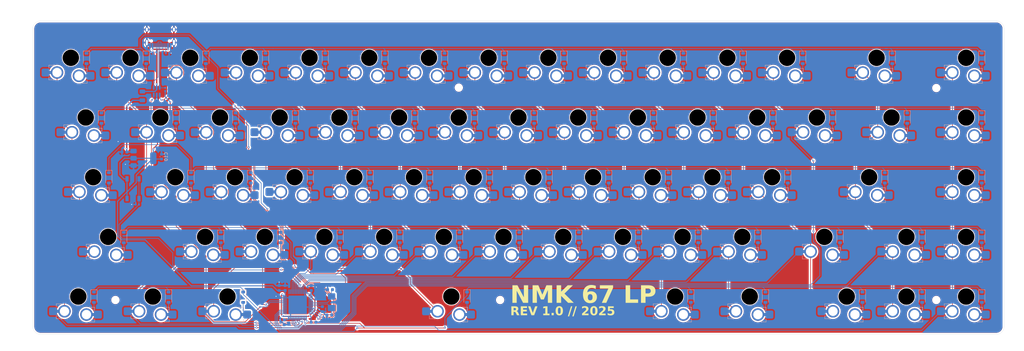
<source format=kicad_pcb>
(kicad_pcb (version 20241229) (generator "pcbnew") (generator_version "9.0")
  (layers (0 "F.Cu" signal) (2 "B.Cu" signal) (13 "F.Paste" user) (15 "B.Paste" user) (5 "F.SilkS" user "F.Silkscreen") (7 "B.SilkS" user "B.Silkscreen") (1 "F.Mask" user) (3 "B.Mask" user) (25 "Edge.Cuts" user))
  (net 0 "")
  (net 1 "GND")
  (net 2 "+3.3V")
  (net 3 "OSC_IN")
  (net 4 "OSC_OUT")
  (net 5 "/NRST")
  (net 6 "VBUS")
  (net 7 "Row 0")
  (net 8 "Row 1")
  (net 9 "Row 2")
  (net 10 "Row 3")
  (net 11 "Row 4")
  (net 12 "Net-(U1-BOOT0)")
  (net 13 "Net-(J1-CC1)")
  (net 14 "DP")
  (net 15 "DM")
  (net 16 "Net-(J1-CC2)")
  (net 17 "Column 0")
  (net 18 "Column 1")
  (net 19 "Column 2")
  (net 20 "Column 3")
  (net 21 "Column 4")
  (net 22 "Column 5")
  (net 23 "Column 6")
  (net 24 "Column 7")
  (net 25 "Column 8")
  (net 26 "Column 9")
  (net 27 "Column 10")
  (net 28 "Column 11")
  (net 29 "Column 12")
  (net 30 "Column 13")
  (net 43 "Column 14")
  (net 45 "+5V")
  (net 46 "MCU_DM")
  (net 47 "MCU_DP")
  (net 48 "Net-(D1-A)")
  (net 49 "Net-(D2-A)")
  (net 50 "Net-(D3-A)")
  (net 51 "Net-(D4-A)")
  (net 52 "Net-(D5-A)")
  (net 53 "Net-(D6-A)")
  (net 54 "Net-(D7-A)")
  (net 55 "Net-(D8-A)")
  (net 56 "Net-(D9-A)")
  (net 57 "Net-(D10-A)")
  (net 58 "Net-(D11-A)")
  (net 59 "Net-(D12-A)")
  (net 60 "Net-(D13-A)")
  (net 61 "Net-(D14-A)")
  (net 62 "Net-(D15-A)")
  (net 63 "Net-(D16-A)")
  (net 64 "Net-(D17-A)")
  (net 65 "Net-(D18-A)")
  (net 66 "Net-(D19-A)")
  (net 67 "Net-(D20-A)")
  (net 68 "Net-(D21-A)")
  (net 69 "Net-(D22-A)")
  (net 70 "Net-(D23-A)")
  (net 71 "Net-(D24-A)")
  (net 72 "Net-(D25-A)")
  (net 73 "Net-(D26-A)")
  (net 74 "Net-(D27-A)")
  (net 75 "Net-(D28-A)")
  (net 76 "Net-(D29-A)")
  (net 77 "Net-(D30-A)")
  (net 78 "Net-(D31-A)")
  (net 79 "Net-(D32-A)")
  (net 80 "Net-(D33-A)")
  (net 81 "Net-(D34-A)")
  (net 82 "Net-(D35-A)")
  (net 83 "Net-(D36-A)")
  (net 84 "Net-(D37-A)")
  (net 85 "Net-(D38-A)")
  (net 86 "Net-(D39-A)")
  (net 87 "Net-(D40-A)")
  (net 88 "Net-(D41-A)")
  (net 89 "Net-(D42-A)")
  (net 90 "Net-(D43-A)")
  (net 91 "Net-(D44-A)")
  (net 92 "Net-(D45-A)")
  (net 93 "Net-(D46-A)")
  (net 94 "Net-(D47-A)")
  (net 95 "Net-(D48-A)")
  (net 96 "Net-(D49-A)")
  (net 97 "Net-(D50-A)")
  (net 98 "Net-(D51-A)")
  (net 99 "Net-(D52-A)")
  (net 100 "Net-(D53-A)")
  (net 101 "Net-(D54-A)")
  (net 102 "Net-(D55-A)")
  (net 103 "Net-(D56-A)")
  (net 104 "Net-(D57-A)")
  (net 105 "Net-(D58-A)")
  (net 106 "Net-(D59-A)")
  (net 107 "Net-(D60-A)")
  (net 108 "Net-(D61-A)")
  (net 109 "Net-(D62-A)")
  (net 110 "Net-(D63-A)")
  (net 111 "Net-(D64-A)")
  (net 112 "Net-(D65-A)")
  (net 113 "Net-(D66-A)")
  (net 114 "Net-(D67-A)")
  (footprint "MountingHole:MountingHole_2.2mm_M2" (layer "F.Cu") (at 348.38 173.15)
    (property "Reference" "REF**" (hide yes))
    (property "Value" "MountingHole_2.2mm_M2")
  )
  (footprint "Key_Switches:SW_Gateron_LowProfile_HotSwap_PTH" (layer "F.Cu") (at 181.6865 133.95)
    (property "Reference" "SW36" (hide yes))
    (property "Value" "Keyswitch" (hide yes))
  )
  (footprint "Key_Switches:SW_Gateron_LowProfile_HotSwap_PTH" (layer "F.Cu") (at 210.2615 153)
    (property "Reference" "SW51" (hide yes))
    (property "Value" "Keyswitch" (hide yes))
  )
  (footprint "Key_Switches:SW_Gateron_LowProfile_HotSwap_PTH" (layer "F.Cu") (at 312.65525 153)
    (property "Reference" "SW56" (hide yes))
    (property "Value" "Keyswitch" (hide yes))
  )
  (footprint "Key_Switches:SW_Gateron_LowProfile_HotSwap_PTH" (layer "F.Cu") (at 79.29275 133.95)
    (property "Reference" "SW31" (hide yes))
    (property "Value" "Keyswitch" (hide yes))
  )
  (footprint "MountingHole:MountingHole_2.2mm_M2" (layer "F.Cu") (at 348.38 105.5)
    (property "Reference" "REF**" (hide yes))
    (property "Value" "MountingHole_2.2mm_M2")
  )
  (footprint "Key_Switches:SW_Gateron_LowProfile_HotSwap_PTH" (layer "F.Cu") (at 357.899 153)
    (property "Reference" "SW58" (hide yes))
    (property "Value" "Keyswitch" (hide yes))
  )
  (footprint "Key_Switches:SW_Gateron_LowProfile_HotSwap_PTH" (layer "F.Cu") (at 224.549 95.85)
    (property "Reference" "SW9" (hide yes))
    (property "Value" "Keyswitch" (hide yes))
  )
  (footprint "Key_Switches:SW_Gateron_LowProfile_HotSwap_PTH" (layer "F.Cu") (at 276.9365 133.95)
    (property "Reference" "SW41" (hide yes))
    (property "Value" "Keyswitch" (hide yes))
  )
  (footprint "Key_Switches:SW_Gateron_LowProfile_HotSwap_PTH" (layer "F.Cu") (at 200.7365 133.95)
    (property "Reference" "SW37" (hide yes))
    (property "Value" "Keyswitch" (hide yes))
  )
  (footprint "MountingHole:MountingHole_2.2mm_M2" (layer "F.Cu") (at 195.97 105.375)
    (property "Reference" "REF**" (hide yes))
    (property "Value" "MountingHole_2.2mm_M2")
  )
  (footprint "Key_Switches:SW_Gateron_LowProfile_HotSwap_PTH" (layer "F.Cu") (at 134.0615 153)
    (property "Reference" "SW47" (hide yes))
    (property "Value" "Keyswitch" (hide yes))
  )
  (footprint "Key_Switches:SW_Gateron_LowProfile_HotSwap_PTH" (layer "F.Cu") (at 110.249 95.85)
    (property "Reference" "SW3" (hide yes))
    (property "Value" "Keyswitch" (hide yes))
  )
  (footprint "Key_Switches:SW_Gateron_LowProfile_HotSwap_PTH" (layer "F.Cu") (at 229.3115 153)
    (property "Reference" "SW52" (hide yes))
    (property "Value" "Keyswitch" (hide yes))
  )
  (footprint "Key_Switches:SW_Gateron_LowProfile_HotSwap_PTH" (layer "F.Cu") (at 265.03025 172.05)
    (property "Reference" "SW63" (hide yes))
    (property "Value" "Keyswitch" (hide yes))
  )
  (footprint "Key_Switches:SW_Gateron_LowProfile_HotSwap_PTH" (layer "F.Cu") (at 257.8865 133.95)
    (property "Reference" "SW40" (hide yes))
    (property "Value" "Keyswitch" (hide yes))
  )
  (footprint "Key_Switches:SW_Gateron_LowProfile_HotSwap_PTH" (layer "F.Cu") (at 105.4865 133.95)
    (property "Reference" "SW32" (hide yes))
    (property "Value" "Keyswitch" (hide yes))
  )
  (footprint "Key_Switches:SW_Gateron_LowProfile_HotSwap_PTH" (layer "F.Cu") (at 193.59275 172.05)
    (property "Reference" "SW62" (hide yes))
    (property "Value" "Keyswitch" (hide yes))
  )
  (footprint "Key_Switches:SW_Gateron_LowProfile_HotSwap_PTH" (layer "F.Cu") (at 319.799 172.05)
    (property "Reference" "SW65" (hide yes))
    (property "Value" "Keyswitch" (hide yes))
  )
  (footprint "Key_Switches:SW_Gateron_LowProfile_HotSwap_PTH" (layer "F.Cu") (at 288.84275 172.05)
    (property "Reference" "SW64" (hide yes))
    (property "Value" "Keyswitch" (hide yes))
  )
  (footprint "Key_Switches:SW_Gateron_LowProfile_HotSwap_PTH" (layer "F.Cu") (at 215.024 114.9)
    (property "Reference" "SW23" (hide yes))
    (property "Value" "Keyswitch" (hide yes))
  )
  (footprint "Key_Switches:SW_Gateron_LowProfile_HotSwap_PTH" (layer "F.Cu") (at 138.824 114.9)
    (property "Reference" "SW19" (hide yes))
    (property "Value" "Keyswitch" (hide yes))
  )
  (footprint "Key_Switches:SW_Gateron_LowProfile_HotSwap_PTH" (layer "F.Cu") (at 357.899 172.05)
    (property "Reference" "SW67" (hide yes))
    (property "Value" "Keyswitch" (hide yes))
  )
  (footprint "Key_Switches:SW_Gateron_LowProfile_HotSwap_PTH" (layer "F.Cu") (at 119.774 114.9)
    (property "Reference" "SW18" (hide yes))
    (property "Value" "Keyswitch" (hide yes))
  )
  (footprint "Key_Switches:SW_Gateron_LowProfile_HotSwap_PTH" (layer "F.Cu") (at 243.599 95.85)
    (property "Reference" "SW10" (hide yes))
    (property "Value" "Keyswitch" (hide yes))
  )
  (footprint "Key_Switches:SW_Gateron_LowProfile_HotSwap_PTH" (layer "F.Cu") (at 253.124 114.9)
    (property "Reference" "SW25" (hide yes))
    (property "Value" "Keyswitch" (hide yes))
  )
  (footprint "Key_Switches:SW_Gateron_LowProfile_HotSwap_PTH" (layer "F.Cu") (at 281.699 95.85)
    (property "Reference" "SW12" (hide yes))
    (property "Value" "Keyswitch" (hide yes))
  )
  (footprint "Key_Switches:SW_Gateron_LowProfile_HotSwap_PTH" (layer "F.Cu") (at 326.94275 133.95)
    (property "Reference" "SW43" (hide yes))
    (property "Value" "Keyswitch" (hide yes))
  )
  (footprint "Key_Switches:SW_Gateron_LowProfile_HotSwap_PTH" (layer "F.Cu") (at 98.34275 172.05)
    (property "Reference" "SW60" (hide yes))
    (property "Value" "Keyswitch" (hide yes))
  )
  (footprint "Key_Switches:SW_Gateron_LowProfile_HotSwap_PTH" (layer "F.Cu") (at 162.6365 133.95)
    (property "Reference" "SW35" (hide yes))
    (property "Value" "Keyswitch" (hide yes))
  )
  (footprint "Key_Switches:SW_Gateron_LowProfile_HotSwap_PTH" (layer "F.Cu") (at 84.05525 153)
    (property "Reference" "SW45" (hide yes))
    (property "Value" "Keyswitch" (hide yes))
  )
  (footprint "Key_Switches:SW_Gateron_LowProfile_HotSwap_PTH" (layer "F.Cu") (at 122.15525 172.05)
    (property "Reference" "SW61" (hide yes))
    (property "Value" "Keyswitch" (hide yes))
  )
  (footprint "Key_Switches:SW_Gateron_LowProfile_HotSwap_PTH" (layer "F.Cu") (at 205.499 95.85)
    (property "Reference" "SW8" (hide yes))
    (property "Value" "Keyswitch" (hide yes))
  )
  (footprint "Key_Switches:SW_Gateron_LowProfile_HotSwap_PTH" (layer "F.Cu") (at 72.149 95.85)
    (property "Reference" "SW1" (hide yes))
    (property "Value" "Keyswitch" (hide yes))
  )
  (footprint "Key_Switches:SW_Gateron_LowProfile_HotSwap_PTH" (layer "F.Cu") (at 234.074 114.9)
    (property "Reference" "SW24" (hide yes))
    (property "Value" "Keyswitch" (hide yes))
  )
  (footprint "Key_Switches:SW_Gateron_LowProfile_HotSwap_PTH" (layer "F.Cu") (at 176.924 114.9)
    (property "Reference" "SW21" (hide yes))
    (property "Value" "Keyswitch" (hide yes))
  )
  (footprint "MountingHole:MountingHole_2.2mm_M2" (layer "F.Cu") (at 209.17 173.15)
    (property "Reference" "REF**" (hide yes))
    (property "Value" "MountingHole_2.2mm_M2")
  )
  (footprint "Key_Switches:SW_Gateron_LowProfile_HotSwap_PTH" (layer "F.Cu") (at 115.0115 153)
    (property "Reference" "SW46" (hide yes))
    (property "Value" "Keyswitch" (hide yes))
  )
  (footprint "Key_Switches:SW_Gateron_LowProfile_HotSwap_PTH" (layer "F.Cu") (at 357.899 114.9)
    (property "Reference" "SW30" (hide yes))
    (property "Value" "Keyswitch" (hide yes))
  )
  (footprint "Key_Switches:SW_Gateron_LowProfile_HotSwap_PTH" (layer "F.Cu") (at 100.724 114.9)
    (property "Reference" "SW17" (hide yes))
    (property "Value" "Keyswitch" (hide yes))
  )
  (footprint "Key_Switches:SW_Gateron_LowProfile_HotSwap_PTH" (layer "F.Cu") (at 143.5865 133.95)
    (property "Reference" "SW34" (hide yes))
    (property "Value" "Keyswitch" (hide yes))
  )
  (footprint "Key_Switches:SW_Gateron_LowProfile_HotSwap_PTH" (layer "F.Cu") (at 248.3615 153)
    (property "Reference" "SW53" (hide yes))
    (property "Value" "Keyswitch" (hide yes))
  )
  (footprint "Key_Switches:SW_Gateron_LowProfile_HotSwap_PTH" (layer "F.Cu") (at 262.649 95.85)
    (property "Reference" "SW11" (hide yes))
    (property "Value" "Keyswitch" (hide yes))
  )
  (footprint "Key_Switches:SW_Gateron_LowProfile_HotSwap_PTH" (layer "F.Cu") (at 357.899 133.95)
    (property "Reference" "SW44" (hide yes))
    (property "Value" "Keyswitch" (hide yes))
  )
  (footprint "Key_Switches:SW_Gateron_LowProfile_HotSwap_PTH" (layer "F.Cu") (at 195.974 114.9)
    (property "Reference" "SW22" (hide yes))
    (property "Value" "Keyswitch" (hide yes))
  )
  (footprint "Key_Switches:SW_Gateron_LowProfile_HotSwap_PTH" (layer "F.Cu") (at 148.349 95.85)
    (property "Reference" "SW5" (hide yes))
    (property "Value" "Keyswitch" (hide yes))
  )
  (footprint "Key_Switches:SW_Gateron_LowProfile_HotSwap_PTH" (layer "F.Cu") (at 338.849 153)
    (property "Reference" "SW57" (hide yes))
    (property "Value" "Keyswitch" (hide yes))
  )
  (footprint "Key_Switches:SW_Gateron_LowProfile_HotSwap_PTH" (layer "F.Cu") (at 129.299 95.85)
    (property "Reference" "SW4" (hide yes))
    (property "Value" "Keyswitch" (hide yes))
  )
  (footprint "Key_Switches:SW_Gateron_LowProfile_HotSwap_PTH" (layer "F.Cu") (at 334.0865 114.9)
    (property "Reference" "SW29" (hide yes))
    (property "Value" "Keyswitch" (hide yes))
  )
  (footprint "Key_Switches:SW_Gateron_LowProfile_HotSwap_PTH" (layer "F.Cu") (at 167.399 95.85)
    (property "Reference" "SW6" (hide yes))
    (property "Value" "Keyswitch" (hide yes))
  )
  (footprint "Key_Switches:SW_Gateron_LowProfile_HotSwap_PTH" (layer "F.Cu") (at 310.274 114.9)
    (property "Reference" "SW28" (hide yes))
    (property "Value" "Keyswitch" (hide yes))
  )
  (footprint "Key_Switches:SW_Gateron_LowProfile_HotSwap_PTH" (layer "F.Cu") (at 91.199 95.85)
    (property "Reference" "SW2" (hide yes))
    (property "Value" "Keyswitch" (hide yes))
  )
  (footprint "Key_Switches:SW_Gateron_LowProfile_HotSwap_PTH" (layer "F.Cu") (at 191.2115 153)
    (property "Reference" "SW50" (hide yes))
    (property "Value" "Keyswitch" (hide yes))
  )
  (footprint "Key_Switches:SW_Gateron_LowProfile_HotSwap_PTH" (layer "F.Cu") (at 272.174 114.9)
    (property "Reference" "SW26" (hide yes))
    (property "Value" "Keyswitch" (hide yes))
  )
  (footprint "Key_Switches:SW_Gateron_LowProfile_HotSwap_PTH" (layer "F.Cu") (at 357.899 95.85)
    (property "Reference" "SW15" (hide yes))
    (property "Value" "Keyswitch" (hide yes))
  )
  (footprint "Key_Switches:SW_Gateron_LowProfile_HotSwap_PTH" (layer "F.Cu") (at 153.1115 153)
    (property "Reference" "SW48" (hide yes))
    (property "Value" "Keyswitch" (hide yes))
  )
  (footprint "Key_Switches:SW_Gateron_LowProfile_HotSwap_PTH" (layer "F.Cu") (at 300.749 95.85)
    (property "Reference" "SW13" (hide yes))
    (property "Value" "Keyswitch" (hide yes))
  )
  (footprint "Key_Switches:SW_Gateron_LowProfile_HotSwap_PTH" (layer "F.Cu") (at 76.9115 114.9)
    (property "Reference" "SW16" (hide yes))
    (property "Value" "Keyswitch" (hide yes))
  )
  (footprint "Key_Switches:SW_Gateron_LowProfile_HotSwap_PTH" (layer "F.Cu") (at 238.8365 133.95)
    (property "Reference" "SW39" (hide yes))
    (property "Value" "Keyswitch" (hide yes))
  )
  (footprint "Key_Switches:SW_Gateron_LowProfile_HotSwap_PTH" (layer "F.Cu") (at 186.449 95.85)
    (property "Reference" "SW7" (hide yes))
    (property "Value" "Keyswitch" (hide yes))
  )
  (footprint "Key_Switches:SW_Gateron_LowProfile_HotSwap_PTH" (layer "F.Cu") (at 172.1615 153)
    (property "Reference" "SW49" (hide yes))
    (property "Value" "Keyswitch" (hide yes))
  )
  (footprint "Key_Switches:SW_Gateron_LowProfile_HotSwap_PTH" (layer "F.Cu") (at 291.224 114.9)
    (property "Reference" "SW27" (hide yes))
    (property "Value" "Keyswitch" (hide yes))
  )
  (footprint "Key_Switches:SW_Gateron_LowProfile_HotSwap_PTH" (layer "F.Cu") (at 295.9865 133.95)
    (property "Reference" "SW42" (hide yes))
    (property "Value" "Keyswitch" (hide yes))
  )
  (footprint "Key_Switches:SW_Gateron_LowProfile_HotSwap_PTH" (layer "F.Cu") (at 286.4615 153)
    (property "Reference" "SW55" (hide yes))
    (property "Value" "Keyswitch" (hide yes))
  )
  (footprint "Key_Switches:SW_Gateron_LowProfile_HotSwap_PTH" (layer "F.Cu") (at 157.874 114.9)
    (property "Reference" "SW20" (hide yes))
    (property "Value" "Keyswitch" (hide yes))
  )
  (footprint "Key_Switches:SW_Gateron_LowProfile_HotSwap_PTH" (layer "F.Cu") (at 74.53025 172.05)
    (property "Reference" "SW59" (hide yes))
    (property "Value" "Keyswitch" (hide yes))
  )
  (footprint "MountingHole:MountingHole_2.2mm_M2" (layer "F.Cu") (at 86.38 173.15)
    (property "Reference" "REF**" (hide yes))
    (property "Value" "MountingHole_2.2mm_M2")
  )
  (footprint "Key_Switches:SW_Gateron_LowProfile_HotSwap_PTH" (layer "F.Cu") (at 219.7865 133.95)
    (property "Reference" "SW38" (hide yes))
    (property "Value" "Keyswitch" (hide yes))
  )
  (footprint "Key_Switches:SW_Gateron_LowProfile_HotSwap_PTH" (layer "F.Cu") (at 124.5365 133.95)
    (property "Reference" "SW33" (hide yes))
    (property "Value" "Keyswitch" (hide yes))
  )
  (footprint "Key_Switches:SW_Gateron_LowProfile_HotSwap_PTH" (layer "F.Cu") (at 338.849 172.05)
    (property "Reference" "SW66" (hide yes))
    (property "Value" "Keyswitch" (hide yes))
  )
  (footprint "Key_Switches:SW_Gateron_LowProfile_HotSwap_PTH" (layer "F.Cu") (at 267.4115 153)
    (property "Reference" "SW54" (hide yes))
    (property "Value" "Keyswitch" (hide yes))
  )
  (footprint "Key_Switches:SW_Gateron_LowProfile_HotSwap_PTH" (layer "F.Cu") (at 329.324 95.85)
    (property "Reference" "SW14" (hide yes))
    (property "Value" "Keyswitch" (hide yes))
  )
  (footprint "Diode_SMD:D_SOD-123" (layer "B.Cu") (at 172.399 96.05 -90)
    (property "Reference" "D6" (hide yes))
    (property "Value" "Diode")
  )
  (footprint "Diode_SMD:D_SOD-123" (layer "B.Cu") (at 362.899 153.2 -90)
    (property "Reference" "D58" (hide yes))
    (property "Value" "Diode")
  )
  (footprint "Resistor_SMD:R_0402_1005Metric" (layer "B.Cu") (at 103.009 94.37 180)
    (property "Reference" "R3" (hide yes))
    (property "Value" "5.1k")
  )
  (footprint "Connector_USB:USB_C_Receptacle_HRO_TYPE-C-31-M-12" (layer "B.Cu") (at 100.729 87.86)
    (property "Reference" "J1" (hide yes))
    (property "Value" "USB_C_Receptacle_USB2.0_14P")
  )
  (footprint "Diode_SMD:D_SOD-123" (layer "B.Cu") (at 315.274 115.1 -90)
    (property "Reference" "D28" (hide yes))
    (property "Value" "Diode")
  )
  (footprint "Capacitor_SMD:C_0603_1608Metric" (layer "B.Cu") (at 154.650914 177.944936 180)
    (property "Reference" "C7" (hide yes))
    (property "Value" "33p")
  )
  (footprint "Diode_SMD:D_SOD-123" (layer "B.Cu") (at 239.074 115.1 -90)
    (property "Reference" "D24" (hide yes))
    (property "Value" "Diode")
  )
  (footprint "Resistor_SMD:R_0402_1005Metric" (layer "B.Cu") (at 93.3765 142.675 180)
    (property "Reference" "R1" (hide yes))
    (property "Value" "10K")
  )
  (footprint "Diode_SMD:D_SOD-123" (layer "B.Cu") (at 89.05525 153.2 -90)
    (property "Reference" "D45" (hide yes))
    (property "Value" "Diode")
  )
  (footprint "Diode_SMD:D_SOD-123" (layer "B.Cu") (at 143.824 115.1 -90)
    (property "Reference" "D19" (hide yes))
    (property "Value" "Diode")
  )
  (footprint "Diode_SMD:D_SOD-123" (layer "B.Cu") (at 224.7865 134.15 -90)
    (property "Reference" "D38" (hide yes))
    (property "Value" "Diode")
  )
  (footprint "Diode_SMD:D_SOD-123" (layer "B.Cu") (at 110.4865 134.15 -90)
    (property "Reference" "D32" (hide yes))
    (property "Value" "Diode")
  )
  (footprint "Diode_SMD:D_SOD-123" (layer "B.Cu") (at 79.53025 172.25 -90)
    (property "Reference" "D59" (hide yes))
    (property "Value" "Diode")
  )
  (footprint "Diode_SMD:D_SOD-123" (layer "B.Cu") (at 153.349 96.05 -90)
    (property "Reference" "D5" (hide yes))
    (property "Value" "Diode")
  )
  (footprint "Capacitor_SMD:C_0603_1608Metric" (layer "B.Cu") (at 149.605 180.24)
    (property "Reference" "C3" (hide yes))
    (property "Value" "100n")
  )
  (footprint "Diode_SMD:D_SOD-123" (layer "B.Cu") (at 272.4115 153.2 -90)
    (property "Reference" "D54" (hide yes))
    (property "Value" "Diode")
  )
  (footprint "Capacitor_SMD:C_0603_1608Metric" (layer "B.Cu") (at 89.245 125.9 180)
    (property "Reference" "C9" (hide yes))
    (property "Value" "22u")
  )
  (footprint "Diode_SMD:D_SOD-123" (layer "B.Cu") (at 343.849 172.25 -90)
    (property "Reference" "D66" (hide yes))
    (property "Value" "Diode")
  )
  (footprint "Diode_SMD:D_SOD-123" (layer "B.Cu") (at 103.34275 172.25 -90)
    (property "Reference" "D60" (hide yes))
    (property "Value" "Diode")
  )
  (footprint "Resistor_SMD:R_0402_1005Metric" (layer "B.Cu") (at 98.879 94.11 180)
    (property "Reference" "R2" (hide yes))
    (property "Value" "5.1k")
  )
  (footprint "Diode_SMD:D_SOD-123" (layer "B.Cu") (at 167.6365 134.15 -90)
    (property "Reference" "D35" (hide yes))
    (property "Value" "Diode")
  )
  (footprint "Diode_SMD:D_SOD-123" (layer "B.Cu") (at 115.249 96.05 -90)
    (property "Reference" "D3" (hide yes))
    (property "Value" "Diode")
  )
  (footprint "Diode_SMD:D_SOD-123" (layer "B.Cu") (at 258.124 115.1 -90)
    (property "Reference" "D25" (hide yes))
    (property "Value" "Diode")
  )
  (footprint "Diode_SMD:D_SOD-123" (layer "B.Cu") (at 305.749 96.05 -90)
    (property "Reference" "D13" (hide yes))
    (property "Value" "Diode")
  )
  (footprint "Diode_SMD:D_SOD-123" (layer "B.Cu") (at 196.2115 153.2 -90)
    (property "Reference" "D50" (hide yes))
    (property "Value" "Diode")
  )
  (footprint "Diode_SMD:D_SOD-123" (layer "B.Cu") (at 181.924 115.1 -90)
    (property "Reference" "D21" (hide yes))
    (property "Value" "Diode")
  )
  (footprint "Capacitor_SMD:C_0603_1608Metric" (layer "B.Cu") (at 140.26 180.26 -90)
    (property "Reference" "C5" (hide yes))
    (property "Value" "100n")
  )
  (footprint "Diode_SMD:D_SOD-123" (layer "B.Cu") (at 200.974 115.1 -90)
    (property "Reference" "D22" (hide yes))
    (property "Value" "Diode")
  )
  (footprint "Diode_SMD:D_SOD-123" (layer "B.Cu") (at 96.199 96.05 -90)
    (property "Reference" "D2" (hide yes))
    (property "Value" "Diode")
  )
  (footprint "Diode_SMD:D_SOD-123" (layer "B.Cu") (at 158.1115 153.2 -90)
    (property "Reference" "D48" (hide yes))
    (property "Value" "Diode")
  )
  (footprint "Diode_SMD:D_SOD-123" (layer "B.Cu") (at 124.774 115.1 -90)
    (property "Reference" "D18" (hide yes))
    (property "Value" "Diode")
  )
  (footprint "Diode_SMD:D_SOD-123" (layer "B.Cu") (at 81.9115 115.1 -90)
    (property "Reference" "D16" (hide yes))
    (property "Value" "Diode")
  )
  (footprint "Diode_SMD:D_SOD-123" (layer "B.Cu") (at 129.5365 134.15 -90)
    (property "Reference" "D33" (hide yes))
    (property "Value" "Diode")
  )
  (footprint "Diode_SMD:D_SOD-123" (layer "B.Cu") (at 243.8365 134.15 -90)
    (property "Reference" "D39" (hide yes))
    (property "Value" "Diode")
  )
  (footprint "Diode_SMD:D_SOD-123" (layer "B.Cu") (at 77.149 96.05 -90)
    (property "Reference" "D1" (hide yes))
    (property "Value" "Diode")
  )
  (footprint "Diode_SMD:D_SOD-123" (layer "B.Cu") (at 262.8865 134.15 -90)
    (property "Reference" "D40" (hide yes))
    (property "Value" "Diode")
  )
  (footprint "Diode_SMD:D_SOD-123" (layer "B.Cu") (at 362.899 96.05 -90)
    (property "Reference" "D15" (hide yes))
    (property "Value" "Diode")
  )
  (footprint "Diode_SMD:D_SOD-123" (layer "B.Cu") (at 331.94275 134.15 -90)
    (property "Reference" "D43" (hide yes))
    (property "Value" "Diode")
  )
  (footprint "Diode_SMD:D_SOD-123" (layer "B.Cu") (at 162.874 115.1 -90)
    (property "Reference" "D20" (hide yes))
    (property "Value" "Diode")
  )
  (footprint "Diode_SMD:D_SOD-123" (layer "B.Cu") (at 343.849 153.2 -90)
    (property "Reference" "D57" (hide yes))
    (property "Value" "Diode")
  )
  (footprint "Diode_SMD:D_SOD-123" (layer "B.Cu") (at 253.3615 153.2 -90)
    (property "Reference" "D53" (hide yes))
    (property "Value" "Diode")
  )
  (footprint "Diode_SMD:D_SOD-123" (layer "B.Cu") (at 291.4615 153.2 -90)
    (property "Reference" "D55" (hide yes))
    (property "Value" "Diode")
  )
  (footprint "Package_QFP:LQFP-48_7x7mm_P0.5mm" (layer "B.Cu") (at 144.5475 174.67 180)
    (property "Reference" "U1" (hide yes))
    (property "Value" "STM32F103C8T6")
  )
  (footprint "Capacitor_SMD:C_0603_1608Metric" (layer "B.Cu") (at 154.8775 169.84 180)
    (property "Reference" "C6" (hide yes))
    (property "Value" "33p")
  )
  (footprint "Diode_SMD:D_SOD-123" (layer "B.Cu") (at 84.29275 134.15 -90)
    (property "Reference" "D31" (hide yes))
    (property "Value" "Diode")
  )
  (footprint "Diode_SMD:D_SOD-123" (layer "B.Cu") (at 293.84275 172.25 -90)
    (property "Reference" "D64" (hide yes))
    (property "Value" "Diode")
  )
  (footprint "Capacitor_SMD:C_0603_1608Metric" (layer "B.Cu") (at 140.53 169.32 90)
    (property "Reference" "C2" (hide yes))
    (property "Value" "100n")
  )
  (footprint "Capacitor_SMD:C_0603_1608Metric" (layer "B.Cu") (at 152.44 176.05 -90)
    (property "Reference" "C8" (hide yes))
    (property "Value" "100n")
  )
  (footprint "Diode_SMD:D_SOD-123" (layer "B.Cu") (at 334.324 96.05 -90)
    (property "Reference" "D14" (hide yes))
    (property "Value" "Diode")
  )
  (footprint "Diode_SMD:D_SOD-123" (layer "B.Cu") (at 186.6865 134.15 -90)
    (property "Reference" "D36" (hide yes))
    (property "Value" "Diode")
  )
  (footprint "Diode_SMD:D_SOD-123" (layer "B.Cu") (at 286.699 96.05 -90)
    (property "Reference" "D12" (hide yes))
    (property "Value" "Diode")
  )
  (footprint "Diode_SMD:D_SOD-123" (layer "B.Cu") (at 281.9365 134.15 -90)
    (property "Reference" "D41" (hide yes))
    (property "Value" "Diode")
  )
  (footprint "Diode_SMD:D_SOD-123" (layer "B.Cu") (at 234.3115 153.2 -90)
    (property "Reference" "D52" (hide yes))
    (property "Value" "Diode")
  )
  (footprint "Diode_SMD:D_SOD-123" (layer "B.Cu") (at 324.799 172.25 -90)
    (property "Reference" "D65" (hide yes))
    (property "Value" "Diode")
  )
  (footprint "Diode_SMD:D_SOD-123" (layer "B.Cu") (at 362.899 115.1 -90)
    (property "Reference" "D30" (hide yes))
    (property "Value" "Diode")
  )
  (footprint "Capacitor_SMD:C_0603_1608Metric" (layer "B.Cu") (at 138.63 169.32 90)
    (property "Reference" "C1" (hide yes))
    (property "Value" "10u")
  )
  (footprint "Diode_SMD:D_SOD-123" (layer "B.Cu") (at 362.899 134.15 -90)
    (property "Reference" "D44" (hide yes))
    (property "Value" "Diode")
  )
  (footprint "Diode_SMD:D_SOD-123" (layer "B.Cu") (at 134.299 96.05 -90)
    (property "Reference" "D4" (hide yes))
    (property "Value" "Diode")
  )
  (footprint "Diode_SMD:D_SOD-123" (layer "B.Cu") (at 267.649 96.05 -90)
    (property "Reference" "D11" (hide yes))
    (property "Value" "Diode")
  )
  (footprint "Diode_SMD:D_SOD-123" (layer "B.Cu") (at 148.5865 134.15 -90)
    (property "Reference" "D34" (hide yes))
    (property "Value" "Diode")
  )
  (footprint "Diode_SMD:D_SOD-123" (layer "B.Cu") (at 105.724 115.1 -90)
    (property "Reference" "D17" (hide yes))
    (property "Value" "Diode")
  )
  (footprint "Diode_SMD:D_SOD-123" (layer "B.Cu") (at 362.899 172.25 -90)
    (property "Reference" "D67" (hide yes))
    (property "Value" "Diode")
  )
  (footprint "Diode_SMD:D_SOD-123" (layer "B.Cu") (at 139.0615 153.2 -90)
    (property "Reference" "D47" (hide yes))
    (property "Value" "Diode")
  )
  (footprint "Diode_SMD:D_SOD-123" (layer "B.Cu") (at 300.9865 134.15 -90)
    (property "Reference" "D42" (hide yes))
    (property "Value" "Diode")
  )
  (footprint "Package_TO_SOT_SMD:SOT-23-6" (layer "B.Cu") (at 99.56 106.5125 90)
    (property "Reference" "U2" (hide yes))
    (property "Value" "USBLC6-2SC6")
  )
  (footprint "Diode_SMD:D_SOD-123" (layer "B.Cu") (at 198.59275 172.25 -90)
    (property "Reference" "D62" (hide yes))
    (property "Value" "Diode")
  )
  (footprint "Diode_SMD:D_SOD-123" (layer "B.Cu") (at 205.7365 134.15 -90)
    (property "Reference" "D37" (hide yes))
    (property "Value" "Diode")
  )
  (footprint "Capacitor_SMD:C_0603_1608Metric" (layer "B.Cu") (at 148.87 169.34 90)
    (property "Reference" "C4" (hide yes))
    (property "Value" "100n")
  )
  (footprint "Diode_SMD:D_SOD-123" (layer "B.Cu") (at 220.024 115.1 -90)
    (property "Reference" "D23" (hide yes))
    (property "Value" "Diode")
  )
  (footprint "Diode_SMD:D_SOD-123" (layer "B.Cu") (at 215.2615 153.2 -90)
    (property "Reference" "D51" (hide yes))
    (property "Value" "Diode")
  )
  (footprint "Diode_SMD:D_SOD-123" (layer "B.Cu") (at 296.224 115.1 -90)
    (property "Reference" "D27" (hide yes))
    (property "Value" "Diode")
  )
  (footprint "Button_Switch_SMD:SW_SPST_TL3342" (layer "B.Cu") (at 91.9865 137.625 -90)
    (property "Reference" "SWT1" (hide yes))
    (property "Value" "SW_Push")
  )
  (footprint "Diode_SMD:D_SOD-123" (layer "B.Cu") (at 229.549 96.05 -90)
    (property "Reference" "D9" (hide yes))
    (property "Value" "Diode")
  )
  (footprint "Diode_SMD:D_SOD-123" (layer "B.Cu") (at 317.65525 153.2 -90)
    (property "Reference" "D56" (hide yes))
    (property "Value" "Diode")
  )
  (footprint "Resistor_SMD:R_0402_1005Metric" (layer "B.Cu") (at 102.25 105.94 90)
    (property "Reference" "R4" (hide yes))
    (property "Value" "1.5k")
  )
  (footprint "Diode_SMD:D_SOD-123" (layer "B.Cu") (at 277.174 115.1 -90)
    (property "Reference" "D26" (hide yes))
    (property "Value" "Diode")
  )
  (footprint "Diode_SMD:D_SOD-123" (layer "B.Cu") (at 248.599 96.05 -90)
    (property "Reference" "D10" (hide yes))
    (property "Value" "Diode")
  )
  (footprint "Crystal:Crystal_SMD_5032-2Pin_5.0x3.2mm" (layer "B.Cu") (at 155.3575 173.86125 -90)
    (property "Reference" "Y1" (hide yes))
    (property "Value" "8MHz")
  )
  (footprint "Fuse:Fuse_1206_3216Metric" (layer "B.Cu") (at 94.99 108.01 -90)
    (property "Reference" "F1" (hide yes))
    (property "Value" "500mA")
  )
  (footprint "Package_TO_SOT_SMD:SOT-223-3_TabPin2" (layer "B.Cu") (at 95.32 127.91)
    (property "Reference" "U3" (hide yes))
    (property "Value" "AMS1117-3.3")
  )
  (footprint "Diode_SMD:D_SOD-123" (layer "B.Cu") (at 191.449 96.05 -90)
    (property "Reference" "D7" (hide yes))
    (property "Value" "Diode")
  )
  (footprint "Diode_SMD:D_SOD-123" (layer "B.Cu") (at 339.0865 115.1 -90)
    (property "Reference" "D29" (hide yes))
    (property "Value" "Diode")
  )
  (footprint "Diode_SMD:D_SOD-123" (layer "B.Cu") (at 270.03025 172.25 -90)
    (property "Reference" "D63" (hide yes))
    (property "Value" "Diode")
  )
  (footprint "Diode_SMD:D_SOD-123" (layer "B.Cu") (at 210.499 96.05 -90)
    (property "Reference" "D8" (hide yes))
    (property "Value" "Diode")
  )
  (footprint "Capacitor_SMD:C_0603_1608Metric" (layer "B.Cu") (at 101.11 127.39 90)
    (property "Reference" "C10")
    (property "Value" "22u")
  )
  (footprint "Diode_SMD:D_SOD-123" (layer "B.Cu") (at 177.1615 153.2 -90)
    (property "Reference" "D49" (hide yes))
    (property "Value" "Diode")
  )
  (footprint "Diode_SMD:D_SOD-123" (layer "B.Cu") (at 120.0115 153.2 -90)
    (property "Reference" "D46" (hide yes))
    (property "Value" "Diode")
  )
  (footprint "Diode_SMD:D_SOD-123" (layer "B.Cu") (at 127.15525 172.25 -90)
    (property "Reference" "D61" (hide yes))
    (property "Value" "Diode")
  )
  (gr_line (start 60 86.599) (end 60 181.599) (stroke (width 0.05)) (layer "Edge.Cuts"))
  (gr_line (start 62.5 184.099) (end 367.5 184.099) (stroke (width 0.05)) (layer "Edge.Cuts"))
  (gr_arc (start 370 181.599) (mid 369.267767 183.366767) (end 367.5 184.099) (stroke (width 0.05)) (layer "Edge.Cuts"))
  (gr_arc (start 60 86.599) (mid 60.732233 84.831233) (end 62.5 84.099) (stroke (width 0.05)) (layer "Edge.Cuts"))
  (gr_line (start 62.5 84.099) (end 367.5 84.099) (stroke (width 0.05)) (layer "Edge.Cuts"))
  (gr_line (start 370 86.599) (end 370 181.599) (stroke (width 0.05)) (layer "Edge.Cuts"))
  (gr_arc (start 62.5 184.099) (mid 60.732233 183.366767) (end 60 181.599) (stroke (width 0.05)) (layer "Edge.Cuts"))
  (gr_arc (start 367.5 84.099) (mid 369.267767 84.831233) (end 370 86.599) (stroke (width 0.05)) (layer "Edge.Cuts"))
  (gr_text "REV 1.0 // 2025" (at 212.38 178.49 0) (layer "F.SilkS") (effects (font (size 2.8 2.8) (thickness 0.7) (bold yes)) (justify left bottom)))
  (gr_text "NMK 67 LP" (at 212.38 174.99 0) (layer "F.SilkS") (effects (font (size 5.5 5.5) (thickness 0.3) (bold yes)) (justify left bottom)))
  (segment (start 89.57 129.85) (end 87.19 127.47) (width 0.4) (layer "F.Cu") (net 1))
  (segment (start 105.049 86.81) (end 105.049 90.99) (width 0.4) (layer "F.Cu") (net 1))
  (segment (start 96.409 86.81) (end 96.409 90.99) (width 0.4) (layer "F.Cu") (net 1))
  (segment (start 87.19 127.47) (end 87.19 122.64) (width 0.4) (layer "F.Cu") (net 1))
  (segment (start 105.049 86.81) (end 96.409 86.81) (width 0.4) (layer "F.Cu") (net 1))
  (segment (start 87.19 122.64) (end 87.25 122.58) (width 0.4) (layer "F.Cu") (net 1))
  (via (at 97.709 94.1) (size 0.6) (drill 0.3) (layers "F.Cu" "B.Cu") (net 1))
  (via (at 89.57 129.85) (size 0.6) (drill 0.3) (layers "F.Cu" "B.Cu") (net 1))
  (via (at 91.56 142.65) (size 0.6) (drill 0.3) (layers "F.Cu" "B.Cu") (net 1))
  (via (at 99.56 109.04) (size 0.6) (drill 0.3) (layers "F.Cu" "B.Cu") (net 1))
  (via (at 87.25 122.58) (size 0.6) (drill 0.3) (layers "F.Cu" "B.Cu") (net 1))
  (via (at 150.52 169.012) (size 0.6) (drill 0.3) (layers "F.Cu" "B.Cu") (net 1))
  (via (at 104.179 94.37) (size 0.6) (drill 0.3) (layers "F.Cu" "B.Cu") (net 1))
  (via (at 137.66 171.98) (size 0.6) (drill 0.3) (layers "F.Cu" "B.Cu") (net 1))
  (via (at 138.89 179.49) (size 0.6) (drill 0.3) (layers "F.Cu" "B.Cu") (net 1))
  (via (at 151.46 176.21) (size 0.6) (drill 0.3) (layers "F.Cu" "B.Cu") (net 1))
  (via (at 138.64 167.46) (size 0.6) (drill 0.3) (layers "F.Cu" "B.Cu") (net 1))
  (segment (start 138.63 168.545) (end 138.63 167.47) (width 0.4) (layer "B.Cu") (net 1))
  (segment (start 140.385 172.42) (end 138.1 172.42) (width 0.3) (layer "B.Cu") (net 1))
  (segment (start 105.049 90.99) (end 104.894 90.99) (width 0.4) (layer "B.Cu") (net 1))
  (segment (start 150.083 168.575) (end 150.52 169.012) (width 0.4) (layer "B.Cu") (net 1))
  (segment (start 150.38 180.24) (end 152.99 180.24) (width 0.4) (layer "B.Cu") (net 1))
  (segment (start 152.99 180.24) (end 153.875914 179.354086) (width 0.4) (layer "B.Cu") (net 1))
  (segment (start 153.559936 177.944936) (end 152.44 176.825) (width 0.4) (layer "B.Cu") (net 1))
  (segment (start 142.2975 176.9825) (end 144.58 174.7) (width 0.3) (layer "B.Cu") (net 1))
  (segment (start 99.56 107.65) (end 99.56 109.04) (width 0.4) (layer "B.Cu") (net 1))
  (segment (start 140.26 181.035) (end 140.26 180.86) (width 0.4) (layer "B.Cu") (net 1))
  (segment (start 92.8665 142.675) (end 91.585 142.675) (width 0.4) (layer "B.Cu") (net 1))
  (segment (start 104.894 90.99) (end 103.979 91.905) (width 0.4) (layer "B.Cu") (net 1))
  (segment (start 92.17 130.21) (end 89.93 130.21) (width 0.4) (layer "B.Cu") (net 1))
  (segment (start 140.26 180.86) (end 138.89 179.49) (width 0.4) (layer "B.Cu") (net 1))
  (segment (start 144.58 174.7) (end 142.3 172.42) (width 0.3) (layer "B.Cu") (net 1))
  (segment (start 148.71 175.42) (end 145.3 175.42) (width 0.3) (layer "B.Cu") (net 1))
  (segment (start 103.519 94.37) (end 104.179 94.37) (width 0.4) (layer "B.Cu") (net 1))
  (segment (start 103.979 94.17) (end 104.179 94.37) (width 0.4) (layer "B.Cu") (net 1))
  (segment (start 97.324 91.905) (end 96.409 90.99) (width 0.4) (layer "B.Cu") (net 1))
  (segment (start 153.875914 179.354086) (end 153.875914 177.944936) (width 0.4) (layer "B.Cu") (net 1))
  (segment (start 138.63 167.47) (end 138.64 167.46) (width 0.4) (layer "B.Cu") (net 1))
  (segment (start 153.875914 177.944936) (end 153.559936 177.944936) (width 0.4) (layer "B.Cu") (net 1))
  (segment (start 142.3 172.42) (end 140.385 172.42) (width 0.3) (layer "B.Cu") (net 1))
  (segment (start 152.44 176.825) (end 152.075 176.825) (width 0.4) (layer "B.Cu") (net 1))
  (segment (start 152.075 176.825) (end 151.46 176.21) (width 0.4) (layer "B.Cu") (net 1))
  (segment (start 103.979 91.905) (end 103.979 94.17) (width 0.4) (layer "B.Cu") (net 1))
  (segment (start 142.2975 178.8325) (end 142.2975 176.9825) (width 0.3) (layer "B.Cu") (net 1))
  (segment (start 146.7975 170.5075) (end 146.7975 172.4825) (width 0.3) (layer "B.Cu") (net 1))
  (segment (start 98.369 94.11) (end 97.719 94.11) (width 0.4) (layer "B.Cu") (net 1))
  (segment (start 138.1 172.42) (end 137.66 171.98) (width 0.3) (layer "B.Cu") (net 1))
  (segment (start 145.3 175.42) (end 144.58 174.7) (width 0.3) (layer "B.Cu") (net 1))
  (segment (start 146.7975 172.4825) (end 144.58 174.7) (width 0.3) (layer "B.Cu") (net 1))
  (segment (start 91.585 142.675) (end 91.56 142.65) (width 0.4) (layer "B.Cu") (net 1))
  (segment (start 97.799 94.1) (end 97.789 94.09) (width 0.4) (layer "B.Cu") (net 1))
  (segment (start 148.83 168.575) (end 150.083 168.575) (width 0.4) (layer "B.Cu") (net 1))
  (segment (start 89.93 130.21) (end 89.57 129.85) (width 0.4) (layer "B.Cu") (net 1))
  (segment (start 150.04 175.66) (end 150.04 173.28) (width 0.3) (layer "F.Cu") (net 2))
  (segment (start 98.49 124.8) (end 98.49 124.99) (width 0.3) (layer "F.Cu") (net 2))
  (segment (start 148.07 178.36) (end 139.88 178.36) (width 0.3) (layer "F.Cu") (net 2))
  (segment (start 103.86 116.43) (end 99.8 120.49) (width 0.3) (layer "F.Cu") (net 2))
  (segment (start 98.6 124.69) (end 98.49 124.8) (width 0.3) (layer "F.Cu") (net 2))
  (segment (start 148.42 178.07) (end 148.36 178.07) (width 0.3) (layer "F.Cu") (net 2))
  (segment (start 103.86 109.92) (end 103.86 116.43) (width 0.3) (layer "F.Cu") (net 2))
  (segment (start 148.36 178.07) (end 148.07 178.36) (width 0.3) (layer "F.Cu") (net 2))
  (segment (start 139.88 178.36) (end 139.65 178.13) (width 0.3) (layer "F.Cu") (net 2))
  (segment (start 139.64 171.39) (end 139.33 171.7) (width 0.3) (layer "F.Cu") (net 2))
  (segment (start 150.04 176.45) (end 148.42 178.07) (width 0.3) (layer "F.Cu") (net 2))
  (segment (start 150.04 173.28) (end 148.08 171.32) (width 0.3) (layer "F.Cu") (net 2))
  (segment (start 99.8 123.49) (end 98.6 124.69) (width 0.3) (layer "F.Cu") (net 2))
  (segment (start 99.8 120.49) (end 99.8 123.49) (width 0.3) (layer "F.Cu") (net 2))
  (segment (start 150.04 175.66) (end 150.04 176.45) (width 0.3) (layer "F.Cu") (net 2))
  (segment (start 139.33 171.7) (end 139.33 177.81) (width 0.3) (layer "F.Cu") (net 2))
  (segment (start 139.33 177.81) (end 139.65 178.13) (width 0.3) (layer "F.Cu") (net 2))
  (via (at 148.08 171.32) (size 0.6) (drill 0.3) (layers "F.Cu" "B.Cu") (net 2))
  (via (at 103.86 109.92) (size 0.6) (drill 0.3) (layers "F.Cu" "B.Cu") (net 2))
  (via (at 98.49 124.99) (size 0.6) (drill 0.3) (layers "F.Cu" "B.Cu") (net 2))
  (via (at 139.65 178.13) (size 0.6) (drill 0.3) (layers "F.Cu" "B.Cu") (net 2))
  (via (at 150.04 175.66) (size 0.6) (drill 0.3) (layers "F.Cu" "B.Cu") (net 2))
  (via (at 139.64 171.39) (size 0.6) (drill 0.3) (layers "F.Cu" "B.Cu") (net 2))
  (via (at 148.42 178.07) (size 0.6) (drill 0.3) (layers "F.Cu" "B.Cu") (net 2))
  (segment (start 102.25 106.45) (end 102.25 108.31) (width 0.3) (layer "B.Cu") (net 2))
  (segment (start 141.325 178.36) (end 141.7975 178.8325) (width 0.3) (layer "B.Cu") (net 2))
  (segment (start 138.63 170.095) (end 140.53 170.095) (width 0.3) (layer "B.Cu") (net 2))
  (segment (start 141.145 179.485) (end 141.7975 178.8325) (width 0.3) (layer "B.Cu") (net 2))
  (segment (start 89.135 134.475) (end 90.0865 134.475) (width 0.3) (layer "B.Cu") (net 2))
  (segment (start 93.0355 135.676) (end 93.0355 133.274) (width 0.3) (layer "B.Cu") (net 2))
  (segment (start 149.78 175.92) (end 150.04 175.66) (width 0.3) (layer "B.Cu") (net 2))
  (segment (start 148.87 171.0075) (end 148.8675 171.01) (width 0.3) (layer "B.Cu") (net 2))
  (segment (start 98.51 127.87) (end 98.47 127.91) (width 0.3) (layer "B.Cu") (net 2))
  (segment (start 93.0355 133.274) (end 98.4395 127.87) (width 0.3) (layer "B.Cu") (net 2))
  (segment (start 138.022 170.095) (end 136.55 168.623) (width 0.3) (layer "B.Cu") (net 2))
  (segment (start 98.725 128.165) (end 98.47 127.91) (width 0.3) (layer "B.Cu") (net 2))
  (segment (start 148.8675 171.7625) (end 148.71 171.92) (width 0.3) (layer "B.Cu") (net 2))
  (segment (start 140.17 171.92) (end 139.64 171.39) (width 0.3) (layer "B.Cu") (net 2))
  (segment (start 148.71 175.92) (end 149.78 175.92) (width 0.3) (layer "B.Cu") (net 2))
  (segment (start 101.11 128.165) (end 98.725 128.165) (width 0.3) (layer "B.Cu") (net 2))
  (segment (start 87.81 133.15) (end 89.135 134.475) (width 0.3) (layer "B.Cu") (net 2))
  (segment (start 148.08 171.32) (end 148.5575 171.32) (width 0.3) (layer "B.Cu") (net 2))
  (segment (start 87.069 141.6425) (end 93.0355 135.676) (width 0.3) (layer "B.Cu") (net 2))
  (segment (start 136.55 168.623) (end 110.58519 168.623) (width 0.3) (layer "B.Cu") (net 2))
  (segment (start 89.28 127.91) (end 87.81 129.38) (width 0.3) (layer "B.Cu") (net 2))
  (segment (start 140.385 171.92) (end 140.17 171.92) (width 0.3) (layer "B.Cu") (net 2))
  (segment (start 98.49 124.99) (end 98.47 125.01) (width 0.3) (layer "B.Cu") (net 2))
  (segment (start 139.65 178.13) (end 139.88 178.36) (width 0.3) (layer "B.Cu") (net 2))
  (segment (start 140.53 171.775) (end 140.385 171.92) (width 0.3) (layer "B.Cu") (net 2))
  (segment (start 87.81 129.38) (end 87.81 133.15) (width 0.3) (layer "B.Cu") (net 2))
  (segment (start 148.5575 171.32) (end 148.8675 171.01) (width 0.3) (layer "B.Cu") (net 2))
  (segment (start 148.87 170.115) (end 148.87 171.0075) (width 0.3) (layer "B.Cu") (net 2))
  (segment (start 138.63 170.095) (end 138.022 170.095) (width 0.3) (layer "B.Cu") (net 2))
  (segment (start 148.83 180.24) (end 148.83 178.48) (width 0.3) (layer "B.Cu") (net 2))
  (segment (start 148.83 178.48) (end 148.42 178.07) (width 0.3) (layer "B.Cu") (net 2))
  (segment (start 88.34319 153.931) (end 87.069 152.65681) (width 0.3) (layer "B.Cu") (net 2))
  (segment (start 90.0865 134.475) (end 90.0865 140.775) (width 0.3) (layer "B.Cu") (net 2))
  (segment (start 147.2975 170.5075) (end 147.2975 170.5375) (width 0.3) (layer "B.Cu") (net 2))
  (segment (start 87.069 152.65681) (end 87.069 141.6425) (width 0.3) (layer "B.Cu") (net 2))
  (segment (start 102.25 108.31) (end 103.86 109.92) (width 0.3) (layer "B.Cu") (net 2))
  (segment (start 147.2975 170.5375) (end 148.08 171.32) (width 0.3) (layer "B.Cu") (net 2))
  (segment (start 140 179.485) (end 141.145 179.485) (width 0.3) (layer "B.Cu") (net 2))
  (segment (start 98.4395 127.87) (end 98.51 127.87) (width 0.3) (layer "B.Cu") (net 2))
  (segment (start 98.47 125.01) (end 98.47 127.91) (width 0.3) (layer "B.Cu") (net 2))
  (segment (start 148.8675 171.01) (end 148.8675 171.7625) (width 0.3) (layer "B.Cu") (net 2))
  (segment (start 140.53 170.095) (end 140.53 171.775) (width 0.3) (layer "B.Cu") (net 2))
  (segment (start 92.17 127.91) (end 89.28 127.91) (width 0.3) (layer "B.Cu") (net 2))
  (segment (start 95.89319 153.931) (end 88.34319 153.931) (width 0.3) (layer "B.Cu") (net 2))
  (segment (start 139.88 178.36) (end 141.325 178.36) (width 0.3) (layer "B.Cu") (net 2))
  (segment (start 110.58519 168.623) (end 95.89319 153.931) (width 0.3) (layer "B.Cu") (net 2))
  (segment (start 98.47 127.91) (end 92.17 127.91) (width 0.3) (layer "B.Cu") (net 2))
  (segment (start 155.3575 169.84) (end 155.3575 172.01125) (width 0.2) (layer "B.Cu") (net 3))
  (segment (start 155.3575 172.6725) (end 155.3575 172.01125) (width 0.2) (layer "B.Cu") (net 3))
  (segment (start 148.71 173.92) (end 154.11 173.92) (width 0.2) (layer "B.Cu") (net 3))
  (segment (start 154.11 173.92) (end 155.3575 172.6725) (width 0.2) (layer "B.Cu") (net 3))
  (segment (start 155.3575 175.71125) (end 155.3575 177.88125) (width 0.2) (layer "B.Cu") (net 4))
  (segment (start 155.3575 175.71125) (end 154.06625 174.42) (width 0.2) (layer "B.Cu") (net 4))
  (segment (start 154.06625 174.42) (end 148.71 174.42) (width 0.2) (layer "B.Cu") (net 4))
  (segment (start 151.345 175.275) (end 150.99 174.92) (width 0.2) (layer "B.Cu") (net 5))
  (segment (start 150.99 174.92) (end 148.71 174.92) (width 0.2) (layer "B.Cu") (net 5))
  (segment (start 152.44 175.275) (end 151.345 175.275) (width 0.2) (layer "B.Cu") (net 5))
  (segment (start 98.349 93.13) (end 99.57 93.13) (width 0.4) (layer "F.Cu") (net 6))
  (segment (start 99.57 93.13) (end 100.469 93.13) (width 0.4) (layer "F.Cu") (net 6))
  (segment (start 99.56 93.14) (end 99.57 93.13) (width 0.4) (layer "F.Cu") (net 6))
  (segment (start 98.299 93.18) (end 98.349 93.13) (width 0.4) (layer "F.Cu") (net 6))
  (segment (start 100.719 93.13) (end 103.179 93.13) (width 0.4) (layer "F.Cu") (net 6))
  (segment (start 99.56 104.21) (end 99.56 93.14) (width 0.4) (layer "F.Cu") (net 6))
  (segment (start 100.469 93.13) (end 100.719 93.13) (width 0.4) (layer "F.Cu") (net 6))
  (via (at 98.299 93.18) (size 0.6) (drill 0.3) (layers "F.Cu" "B.Cu") (net 6))
  (via (at 99.56 104.21) (size 0.6) (drill 0.3) (layers "F.Cu" "B.Cu") (net 6))
  (via (at 103.179 93.13) (size 0.6) (drill 0.3) (layers "F.Cu" "B.Cu") (net 6))
  (segment (start 98.992388 106.5865) (end 95.0135 106.5865) (width 0.4) (layer "B.Cu") (net 6))
  (segment (start 99.56 106.018888) (end 98.992388 106.5865) (width 0.4) (layer "B.Cu") (net 6))
  (segment (start 99.56 105.375) (end 99.56 104.21) (width 0.4) (layer "B.Cu") (net 6))
  (segment (start 98.279 93.16) (end 98.299 93.18) (width 0.4) (layer "B.Cu") (net 6))
  (segment (start 98.279 91.905) (end 98.279 93.16) (width 0.4) (layer "B.Cu") (net 6))
  (segment (start 103.179 91.905) (end 103.179 93.13) (width 0.4) (layer "B.Cu") (net 6))
  (segment (start 95.0135 106.5865) (end 94.99 106.61) (width 0.4) (layer "B.Cu") (net 6))
  (segment (start 99.56 105.375) (end 99.56 106.018888) (width 0.4) (layer "B.Cu") (net 6))
  (segment (start 155.3858 177.86) (end 151.91 177.86) (width 0.2) (layer "F.Cu") (net 7))
  (segment (start 128.309 127.8861) (end 130.489 130.0661) (width 0.2) (layer "F.Cu") (net 7))
  (segment (start 130.489 130.0661) (end 130.489 141.1788) (width 0.2) (layer "F.Cu") (net 7))
  (segment (start 155.908 177.3378) (end 155.3858 177.86) (width 0.2) (layer "F.Cu") (net 7))
  (segment (start 139.098 149.7878) (end 139.098 159.942143) (width 0.2) (layer "F.Cu") (net 7))
  (segment (start 151.2578 168.412) (end 155.908 173.0622) (width 0.2) (layer "F.Cu") (net 7))
  (segment (start 130.489 141.1788) (end 139.098 149.7878) (width 0.2) (layer "F.Cu") (net 7))
  (segment (start 128.309 114.969) (end 128.309 127.8861) (width 0.2) (layer "F.Cu") (net 7))
  (segment (start 147.567857 168.412) (end 151.2578 168.412) (width 0.2) (layer "F.Cu") (net 7))
  (segment (start 124.51 111.17) (end 128.309 114.969) (width 0.2) (layer "F.Cu") (net 7))
  (segment (start 139.098 159.942143) (end 147.567857 168.412) (width 0.2) (layer "F.Cu") (net 7))
  (segment (start 155.908 173.0622) (end 155.908 177.3378) (width 0.2) (layer "F.Cu") (net 7))
  (via (at 151.91 177.86) (size 0.6) (drill 0.3) (layers "F.Cu" "B.Cu") (net 7))
  (via (at 124.51 111.17) (size 0.6) (drill 0.3) (layers "F.Cu" "B.Cu") (net 7))
  (segment (start 94.673 92.874) (end 96.199 94.4) (width 0.2) (layer "B.Cu") (net 7))
  (segment (start 94.26 92.874) (end 94.673 92.874) (width 0.2) (layer "B.Cu") (net 7))
  (segment (start 286.699 93.683) (end 285.89 92.874) (width 0.2) (layer "B.Cu") (net 7))
  (segment (start 133.45 92.874) (end 136.74 92.874) (width 0.2) (layer "B.Cu") (net 7))
  (segment (start 172.399 93.313) (end 171.96 92.874) (width 0.2) (layer "B.Cu") (net 7))
  (segment (start 335.85 92.874) (end 361.373 92.874) (width 0.2) (layer "B.Cu") (net 7))
  (segment (start 115.249 93.869) (end 115.249 94.4) (width 0.2) (layer "B.Cu") (net 7))
  (segment (start 124.51 111.17) (end 119.05 105.71) (width 0.2) (layer "B.Cu") (net 7))
  (segment (start 150.47 176.42) (end 151.91 177.86) (width 0.2) (layer "B.Cu") (net 7))
  (segment (start 210.499 93.683) (end 209.69 92.874) (width 0.2) (layer "B.Cu") (net 7))
  (segment (start 134.299 93.723) (end 133.45 92.874) (width 0.2) (layer "B.Cu") (net 7))
  (segment (start 190.63 92.874) (end 171.96 92.874) (width 0.2) (layer "B.Cu") (net 7))
  (segment (start 335.85 92.874) (end 333.72 92.874) (width 0.2) (layer "B.Cu") (net 7))
  (segment (start 153.349 94.4) (end 153.349 93.343) (width 0.2) (layer "B.Cu") (net 7))
  (segment (start 94.26 89.88) (end 95.57 88.57) (width 0.2) (layer "B.Cu") (net 7))
  (segment (start 152.88 92.874) (end 136.74 92.874) (width 0.2) (layer "B.Cu") (net 7))
  (segment (start 361.373 92.874) (end 362.899 94.4) (width 0.2) (layer "B.Cu") (net 7))
  (segment (start 285.89 92.874) (end 266.84 92.874) (width 0.2) (layer "B.Cu") (net 7))
  (segment (start 229.549 94.4) (end 229.549 93.683) (width 0.2) (layer "B.Cu") (net 7))
  (segment (start 334.324 93.478) (end 333.72 92.874) (width 0.2) (layer "B.Cu") (net 7))
  (segment (start 115.249 95.189) (end 115.249 94.4) (width 0.2) (layer "B.Cu") (net 7))
  (segment (start 148.71 176.42) (end 150.47 176.42) (width 0.2) (layer "B.Cu") (net 7))
  (segment (start 78.675 92.874) (end 94.26 92.874) (width 0.2) (layer "B.Cu") (net 7))
  (segment (start 210.499 94.4) (end 210.499 93.683) (width 0.2) (layer "B.Cu") (net 7))
  (segment (start 305.749 93.643) (end 304.98 92.874) (width 0.2) (layer "B.Cu") (net 7))
  (segment (start 247.87 92.874) (end 228.74 92.874) (width 0.2) (layer "B.Cu") (net 7))
  (segment (start 116.775 92.874) (end 132.773 92.874) (width 0.2) (layer "B.Cu") (net 7))
  (segment (start 171.96 92.874) (end 152.88 92.874) (width 0.2) (layer "B.Cu") (net 7))
  (segment (start 191.449 93.693) (end 190.63 92.874) (width 0.2) (layer "B.Cu") (net 7))
  (segment (start 134.299 94.4) (end 134.299 93.723) (width 0.2) (layer "B.Cu") (net 7))
  (segment (start 228.74 92.874) (end 209.69 92.874) (width 0.2) (layer "B.Cu") (net 7))
  (segment (start 172.399 94.4) (end 172.399 93.313) (width 0.2) (layer "B.Cu") (net 7))
  (segment (start 229.549 93.683) (end 228.74 92.874) (width 0.2) (layer "B.Cu") (net 7))
  (segment (start 191.449 94.4) (end 191.449 93.693) (width 0.2) (layer "B.Cu") (net 7))
  (segment (start 94.26 92.874) (end 94.26 89.88) (width 0.2) (layer "B.Cu") (net 7))
  (segment (start 267.649 93.683) (end 266.84 92.874) (width 0.2) (layer "B.Cu") (net 7))
  (segment (start 119.05 105.71) (end 119.05 98.99) (width 0.2) (layer "B.Cu") (net 7))
  (segment (start 119.05 98.99) (end 115.249 95.189) (width 0.2) (layer "B.Cu") (net 7))
  (segment (start 267.649 94.4) (end 267.649 93.683) (width 0.2) (layer "B.Cu") (net 7))
  (segment (start 77.149 94.4) (end 78.675 92.874) (width 0.2) (layer "B.Cu") (net 7))
  (segment (start 115.249 94.4) (end 116.775 92.874) (width 0.2) (layer "B.Cu") (net 7))
  (segment (start 305.749 94.4) (end 305.749 93.643) (width 0.2) (layer "B.Cu") (net 7))
  (segment (start 109.95 88.57) (end 115.249 93.869) (width 0.2) (layer "B.Cu") (net 7))
  (segment (start 132.773 92.874) (end 133.45 92.874) (width 0.2) (layer "B.Cu") (net 7))
  (segment (start 153.349 93.343) (end 152.88 92.874) (width 0.2) (layer "B.Cu") (net 7))
  (segment (start 266.84 92.874) (end 248.14 92.874) (width 0.2) (layer "B.Cu") (net 7))
  (segment (start 95.57 88.57) (end 109.95 88.57) (width 0.2) (layer "B.Cu") (net 7))
  (segment (start 248.599 94.4) (end 248.599 93.603) (width 0.2) (layer "B.Cu") (net 7))
  (segment (start 333.72 92.874) (end 331.976 92.874) (width 0.2) (layer "B.Cu") (net 7))
  (segment (start 332.798 92.874) (end 304.98 92.874) (width 0.2) (layer "B.Cu") (net 7))
  (segment (start 248.14 92.874) (end 247.87 92.874) (width 0.2) (layer "B.Cu") (net 7))
  (segment (start 209.69 92.874) (end 190.63 92.874) (width 0.2) (layer "B.Cu") (net 7))
  (segment (start 286.699 94.4) (end 286.699 93.683) (width 0.2) (layer "B.Cu") (net 7))
  (segment (start 334.324 94.4) (end 334.324 93.478) (width 0.2) (layer "B.Cu") (net 7))
  (segment (start 248.599 93.603) (end 247.87 92.874) (width 0.2) (layer "B.Cu") (net 7))
  (segment (start 304.98 92.874) (end 285.89 92.874) (width 0.2) (layer "B.Cu") (net 7))
  (segment (start 156.309 172.8961) (end 156.309 177.5039) (width 0.2) (layer "F.Cu") (net 8))
  (segment (start 130.89 141.0127) (end 139.499 149.6217) (width 0.2) (layer "F.Cu") (net 8))
  (segment (start 128.91 124.45) (end 128.91 127.92) (width 0.2) (layer "F.Cu") (net 8))
  (segment (start 155.184172 178.628728) (end 151.688502 178.628728) (width 0.2) (layer "F.Cu") (net 8))
  (segment (start 128.91 127.92) (end 130.89 129.9) (width 0.2) (layer "F.Cu") (net 8))
  (segment (start 130.89 129.9) (end 130.89 141.0127) (width 0.2) (layer "F.Cu") (net 8))
  (segment (start 147.733957 168.011) (end 151.4239 168.011) (width 0.2) (layer "F.Cu") (net 8))
  (segment (start 139.499 159.776043) (end 147.733957 168.011) (width 0.2) (layer "F.Cu") (net 8))
  (segment (start 156.309 177.5039) (end 155.184172 178.628728) (width 0.2) (layer "F.Cu") (net 8))
  (segment (start 151.4239 168.011) (end 156.309 172.8961) (width 0.2) (layer "F.Cu") (net 8))
  (segment (start 139.499 149.6217) (end 139.499 159.776043) (width 0.2) (layer "F.Cu") (net 8))
  (via (at 151.688502 178.628728) (size 0.6) (drill 0.3) (layers "F.Cu" "B.Cu") (net 8))
  (via (at 128.91 124.45) (size 0.6) (drill 0.3) (layers "F.Cu" "B.Cu") (net 8))
  (segment (start 339.0865 113.45) (end 339.0865 112.7205) (width 0.2) (layer "B.Cu") (net 8))
  (segment (start 339.0865 112.7205) (end 338.29 111.924) (width 0.2) (layer "B.Cu") (net 8))
  (segment (start 258.124 112.708) (end 257.34 111.924) (width 0.2) (layer "B.Cu") (net 8))
  (segment (start 277.174 112.708) (end 276.39 111.924) (width 0.2) (layer "B.Cu") (net 8))
  (segment (start 315.274 112.728) (end 314.47 111.924) (width 0.2) (layer "B.Cu") (net 8))
  (segment (start 128.91 124.45) (end 128.91 117.586) (width 0.2) (layer "B.Cu") (net 8))
  (segment (start 315.274 113.45) (end 315.274 112.728) (width 0.2) (layer "B.Cu") (net 8))
  (segment (start 296.224 112.728) (end 295.42 111.924) (width 0.2) (layer "B.Cu") (net 8))
  (segment (start 83.4375 111.924) (end 81.9115 113.45) (width 0.2) (layer "B.Cu") (net 8))
  (segment (start 124.774 113.45) (end 124.774 112.758) (width 0.2) (layer "B.Cu") (net 8))
  (segment (start 361.373 111.924) (end 338.29 111.924) (width 0.2) (layer "B.Cu") (net 8))
  (segment (start 148.71 176.92) (end 149.979774 176.92) (width 0.2) (layer "B.Cu") (net 8))
  (segment (start 200.974 112.728) (end 200.17 111.924) (width 0.2) (layer "B.Cu") (net 8))
  (segment (start 276.39 111.924) (end 257.34 111.924) (width 0.2) (layer "B.Cu") (net 8))
  (segment (start 220.024 113.45) (end 220.024 112.718) (width 0.2) (layer "B.Cu") (net 8))
  (segment (start 123.94 111.924) (end 104.94 111.924) (width 0.2) (layer "B.Cu") (net 8))
  (segment (start 338.29 111.924) (end 316.8 111.924) (width 0.2) (layer "B.Cu") (net 8))
  (segment (start 143.824 113.45) (end 143.824 112.738) (width 0.2) (layer "B.Cu") (net 8))
  (segment (start 162.06 111.924) (end 143.01 111.924) (width 0.2) (layer "B.Cu") (net 8))
  (segment (start 238.3 111.924) (end 221.55 111.924) (width 0.2) (layer "B.Cu") (net 8))
  (segment (start 296.224 113.45) (end 296.224 112.728) (width 0.2) (layer "B.Cu") (net 8))
  (segment (start 143.01 111.924) (end 123.94 111.924) (width 0.2) (layer "B.Cu") (net 8))
  (segment (start 143.824 112.738) (end 143.01 111.924) (width 0.2) (layer "B.Cu") (net 8))
  (segment (start 297.75 111.924) (end 295.42 111.924) (width 0.2) (layer "B.Cu") (net 8))
  (segment (start 105.724 113.45) (end 105.724 112.708) (width 0.2) (layer "B.Cu") (net 8))
  (segment (start 128.91 117.586) (end 124.774 113.45) (width 0.2) (layer "B.Cu") (net 8))
  (segment (start 295.42 111.924) (end 276.39 111.924) (width 0.2) (layer "B.Cu") (net 8))
  (segment (start 362.899 113.45) (end 361.373 111.924) (width 0.2) (layer "B.Cu") (net 8))
  (segment (start 257.34 111.924) (end 238.3 111.924) (width 0.2) (layer "B.Cu") (net 8))
  (segment (start 200.17 111.924) (end 181.14 111.924) (width 0.2) (layer "B.Cu") (net 8))
  (segment (start 162.874 112.738) (end 162.06 111.924) (width 0.2) (layer "B.Cu") (net 8))
  (segment (start 200.974 113.45) (end 200.974 112.728) (width 0.2) (layer "B.Cu") (net 8))
  (segment (start 297.75 111.924) (end 313.748 111.924) (width 0.2) (layer "B.Cu") (net 8))
  (segment (start 239.074 112.698) (end 238.3 111.924) (width 0.2) (layer "B.Cu") (net 8))
  (segment (start 149.979774 176.92) (end 151.688502 178.628728) (width 0.2) (layer "B.Cu") (net 8))
  (segment (start 219.23 111.924) (end 200.17 111.924) (width 0.2) (layer "B.Cu") (net 8))
  (segment (start 316.8 111.924) (end 314.47 111.924) (width 0.2) (layer "B.Cu") (net 8))
  (segment (start 239.074 113.45) (end 239.074 112.698) (width 0.2) (layer "B.Cu") (net 8))
  (segment (start 181.14 111.924) (end 162.06 111.924) (width 0.2) (layer "B.Cu") (net 8))
  (segment (start 220.024 112.718) (end 219.23 111.924) (width 0.2) (layer "B.Cu") (net 8))
  (segment (start 104.94 111.924) (end 83.4375 111.924) (width 0.2) (layer "B.Cu") (net 8))
  (segment (start 105.724 112.708) (end 104.94 111.924) (width 0.2) (layer "B.Cu") (net 8))
  (segment (start 181.924 112.708) (end 181.14 111.924) (width 0.2) (layer "B.Cu") (net 8))
  (segment (start 221.55 111.924) (end 219.23 111.924) (width 0.2) (layer "B.Cu") (net 8))
  (segment (start 181.924 113.45) (end 181.924 112.708) (width 0.2) (layer "B.Cu") (net 8))
  (segment (start 314.47 111.924) (end 313.748 111.924) (width 0.2) (layer "B.Cu") (net 8))
  (segment (start 124.774 112.758) (end 123.94 111.924) (width 0.2) (layer "B.Cu") (net 8))
  (segment (start 162.874 113.45) (end 162.874 112.738) (width 0.2) (layer "B.Cu") (net 8))
  (segment (start 277.174 113.45) (end 277.174 112.708) (width 0.2) (layer "B.Cu") (net 8))
  (segment (start 258.124 113.45) (end 258.124 112.708) (width 0.2) (layer "B.Cu") (net 8))
  (segment (start 151.158158 179.229728) (end 155.150272 179.229728) (width 0.2) (layer "F.Cu") (net 9))
  (segment (start 156.71 177.67) (end 156.71 172.73) (width 0.2) (layer "F.Cu") (net 9))
  (segment (start 139.9 149.4556) (end 134.85 144.4056) (width 0.2) (layer "F.Cu") (net 9))
  (segment (start 151.118698 179.190268) (end 151.158158 179.229728) (width 0.2) (layer "F.Cu") (net 9))
  (segment (start 139.9 159.609943) (end 139.9 149.4556) (width 0.2) (layer "F.Cu") (net 9))
  (segment (start 156.71 172.73) (end 151.59 167.61) (width 0.2) (layer "F.Cu") (net 9))
  (segment (start 156.71 177.67) (end 155.150272 179.229728) (width 0.2) (layer "F.Cu") (net 9))
  (segment (start 151.59 167.61) (end 147.900057 167.61) (width 0.2) (layer "F.Cu") (net 9))
  (segment (start 134.85 144.4056) (end 134.85 144.1) (width 0.2) (layer "F.Cu") (net 9))
  (segment (start 147.900057 167.61) (end 139.9 159.609943) (width 0.2) (layer "F.Cu") (net 9))
  (via (at 134.85 144.1) (size 0.6) (drill 0.3) (layers "F.Cu" "B.Cu") (net 9))
  (via (at 151.118698 179.190268) (size 0.6) (drill 0.3) (layers "F.Cu" "B.Cu") (net 9))
  (segment (start 106.049 123.5625) (end 110.4865 128) (width 0.2) (layer "B.Cu") (net 9))
  (segment (start 132.91 135.8735) (end 129.5365 132.5) (width 0.2) (layer "B.Cu") (net 9))
  (segment (start 147.79 130.974) (end 128.71 130.974) (width 0.2) (layer "B.Cu") (net 9))
  (segment (start 243.8365 132.5) (end 243.8365 131.7505) (width 0.2) (layer "B.Cu") (net 9))
  (segment (start 361.373 130.974) (end 362.899 132.5) (width 0.2) (layer "B.Cu") (net 9))
  (segment (start 134.85 144.1) (end 132.91 142.16) (width 0.2) (layer "B.Cu") (net 9))
  (segment (start 331.94275 131.74675) (end 331.17 130.974) (width 0.2) (layer "B.Cu") (net 9))
  (segment (start 300.9865 132.5) (end 300.9865 131.7805) (width 0.2) (layer "B.Cu") (net 9))
  (segment (start 224.7865 132.5) (end 224.7865 131.7905) (width 0.2) (layer "B.Cu") (net 9))
  (segment (start 148.71 177.42) (end 149.447499 177.42) (width 0.2) (layer "B.Cu") (net 9))
  (segment (start 205.7365 132.5) (end 205.7365 131.7605) (width 0.2) (layer "B.Cu") (net 9))
  (segment (start 186.6865 131.8105) (end 185.85 130.974) (width 0.2) (layer "B.Cu") (net 9))
  (segment (start 185.85 130.974) (end 166.85 130.974) (width 0.2) (layer "B.Cu") (net 9))
  (segment (start 110.4865 128) (end 110.4865 132.5) (width 0.2) (layer "B.Cu") (net 9))
  (segment (start 167.6365 132.5) (end 167.6365 131.7605) (width 0.2) (layer "B.Cu") (net 9))
  (segment (start 186.6865 132.5) (end 186.6865 131.8105) (width 0.2) (layer "B.Cu") (net 9))
  (segment (start 129.5365 131.8005) (end 128.71 130.974) (width 0.2) (layer "B.Cu") (net 9))
  (segment (start 84.29275 132.5) (end 84.29275 127.7875) (width 0.2) (layer "B.Cu") (net 9))
  (segment (start 281.9365 132.5) (end 281.9365 131.7905) (width 0.2) (layer "B.Cu") (net 9))
  (segment (start 88.51775 123.5625) (end 106.049 123.5625) (width 0.2) (layer "B.Cu") (net 9))
  (segment (start 300.18 130.974) (end 331.17 130.974) (width 0.2) (layer "B.Cu") (net 9))
  (segment (start 300.18 130.974) (end 281.12 130.974) (width 0.2) (layer "B.Cu") (net 9))
  (segment (start 243.8365 131.7505) (end 243.06 130.974) (width 0.2) (layer "B.Cu") (net 9))
  (segment (start 262.8865 132.5) (end 262.8865 131.8205) (width 0.2) (layer "B.Cu") (net 9))
  (segment (start 167.6365 131.7605) (end 166.85 130.974) (width 0.2) (layer "B.Cu") (net 9))
  (segment (start 204.95 130.974) (end 185.85 130.974) (width 0.2) (layer "B.Cu") (net 9))
  (segment (start 224.7865 131.7905) (end 223.97 130.974) (width 0.2) (layer "B.Cu") (net 9))
  (segment (start 281.12 130.974) (end 262.04 130.974) (width 0.2) (layer "B.Cu") (net 9))
  (segment (start 300.9865 131.7805) (end 300.18 130.974) (width 0.2) (layer "B.Cu") (net 9))
  (segment (start 331.94275 132.5) (end 331.94275 131.74675) (width 0.2) (layer "B.Cu") (net 9))
  (segment (start 262.04 130.974) (end 243.06 130.974) (width 0.2) (layer "B.Cu") (net 9))
  (segment (start 84.29275 127.7875) (end 88.51775 123.5625) (width 0.2) (layer "B.Cu") (net 9))
  (segment (start 112.0125 130.974) (end 110.4865 132.5) (width 0.2) (layer "B.Cu") (net 9))
  (segment (start 129.5365 132.5) (end 129.5365 131.8005) (width 0.2) (layer "B.Cu") (net 9))
  (segment (start 331.17 130.974) (end 361.373 130.974) (width 0.2) (layer "B.Cu") (net 9))
  (segment (start 149.447499 177.42) (end 151.118698 179.091199) (width 0.2) (layer "B.Cu") (net 9))
  (segment (start 151.118698 179.091199) (end 151.118698 179.190268) (width 0.2) (layer "B.Cu") (net 9))
  (segment (start 132.91 142.16) (end 132.91 135.8735) (width 0.2) (layer "B.Cu") (net 9))
  (segment (start 262.8865 131.8205) (end 262.04 130.974) (width 0.2) (layer "B.Cu") (net 9))
  (segment (start 205.7365 131.7605) (end 204.95 130.974) (width 0.2) (layer "B.Cu") (net 9))
  (segment (start 166.85 130.974) (end 147.79 130.974) (width 0.2) (layer "B.Cu") (net 9))
  (segment (start 128.71 130.974) (end 112.0125 130.974) (width 0.2) (layer "B.Cu") (net 9))
  (segment (start 223.97 130.974) (end 204.95 130.974) (width 0.2) (layer "B.Cu") (net 9))
  (segment (start 281.9365 131.7905) (end 281.12 130.974) (width 0.2) (layer "B.Cu") (net 9))
  (segment (start 148.5865 132.5) (end 148.5865 131.7705) (width 0.2) (layer "B.Cu") (net 9))
  (segment (start 243.06 130.974) (end 223.97 130.974) (width 0.2) (layer "B.Cu") (net 9))
  (segment (start 148.5865 131.7705) (end 147.79 130.974) (width 0.2) (layer "B.Cu") (net 9))
  (segment (start 143.89 162.75) (end 143.61 162.47) (width 0.2) (layer "F.Cu") (net 10))
  (segment (start 147.696453 179.97) (end 147.895453 180.169) (width 0.2) (layer "F.Cu") (net 10))
  (segment (start 159.82 177.63) (end 159.82 166.24) (width 0.2) (layer "F.Cu") (net 10))
  (segment (start 157.04 180.169) (end 157.281 180.169) (width 0.2) (layer "F.Cu") (net 10))
  (segment (start 157.281 180.169) (end 159.78 177.67) (width 0.2) (layer "F.Cu") (net 10))
  (segment (start 159.82 166.24) (end 158.26 164.68) (width 0.2) (layer "F.Cu") (net 10))
  (segment (start 148.69 164.68) (end 146.76 162.75) (width 0.2) (layer "F.Cu") (net 10))
  (segment (start 149.57 164.68) (end 148.69 164.68) (width 0.2) (layer "F.Cu") (net 10))
  (segment (start 159.78 177.67) (end 159.82 177.63) (width 0.2) (layer "F.Cu") (net 10))
  (segment (start 158.26 164.68) (end 149.57 164.68) (width 0.2) (layer "F.Cu") (net 10))
  (segment (start 146.76 162.75) (end 143.89 162.75) (width 0.2) (layer "F.Cu") (net 10))
  (segment (start 147.895453 180.169) (end 157.04 180.169) (width 0.2) (layer "F.Cu") (net 10))
  (via (at 147.696453 179.97) (size 0.6) (drill 0.3) (layers "F.Cu" "B.Cu") (net 10))
  (via (at 143.61 162.47) (size 0.6) (drill 0.3) (layers "F.Cu" "B.Cu") (net 10))
  (segment (start 214.47 150.024) (end 195.41 150.024) (width 0.2) (layer "B.Cu") (net 10))
  (segment (start 138.23 150.024) (end 121.5375 150.024) (width 0.2) (layer "B.Cu") (net 10))
  (segment (start 317.65525 151.55) (end 317.65525 150.84925) (width 0.2) (layer "B.Cu") (net 10))
  (segment (start 147.2975 178.8325) (end 147.2975 179.571047) (width 0.2) (layer "B.Cu") (net 10))
  (segment (start 142.4 154.8885) (end 139.0615 151.55) (width 0.2) (layer "B.Cu") (net 10))
  (segment (start 119.21 150.024) (end 90.58125 150.024) (width 0.2) (layer "B.Cu") (net 10))
  (segment (start 291.4615 151.55) (end 291.4615 150.8255) (width 0.2) (layer "B.Cu") (net 10))
  (segment (start 147.2975 179.571047) (end 147.696453 179.97) (width 0.2) (layer "B.Cu") (net 10))
  (segment (start 215.2615 150.8155) (end 214.47 150.024) (width 0.2) (layer "B.Cu") (net 10))
  (segment (start 343.849 151.55) (end 343.849 150.823) (width 0.2) (layer "B.Cu") (net 10))
  (segment (start 120.0115 151.55) (end 120.0115 150.8255) (width 0.2) (layer "B.Cu") (net 10))
  (segment (start 143.61 160.7) (end 142.4 159.49) (width 0.2) (layer "B.Cu") (net 10))
  (segment (start 253.3615 151.55) (end 253.3615 150.8555) (width 0.2) (layer "B.Cu") (net 10))
  (segment (start 177.1615 151.55) (end 177.1615 150.8455) (width 0.2) (layer "B.Cu") (net 10))
  (segment (start 215.2615 151.55) (end 215.2615 150.8155) (width 0.2) (layer "B.Cu") (net 10))
  (segment (start 234.3115 151.55) (end 234.3115 150.8155) (width 0.2) (layer "B.Cu") (net 10))
  (segment (start 253.3615 150.8555) (end 252.53 150.024) (width 0.2) (layer "B.Cu") (net 10))
  (segment (start 195.41 150.024) (end 176.34 150.024) (width 0.2) (layer "B.Cu") (net 10))
  (segment (start 290.66 150.024) (end 316.83 150.024) (width 0.2) (layer "B.Cu") (net 10))
  (segment (start 316.83 150.024) (end 343.05 150.024) (width 0.2) (layer "B.Cu") (net 10))
  (segment (start 158.1115 151.55) (end 158.1115 150.8355) (width 0.2) (layer "B.Cu") (net 10))
  (segment (start 120.0115 150.8255) (end 119.21 150.024) (width 0.2) (layer "B.Cu") (net 10))
  (segment (start 343.849 150.823) (end 343.05 150.024) (width 0.2) (layer "B.Cu") (net 10))
  (segment (start 252.53 150.024) (end 233.52 150.024) (width 0.2) (layer "B.Cu") (net 10))
  (segment (start 196.2115 150.8255) (end 195.41 150.024) (width 0.2) (layer "B.Cu") (net 10))
  (segment (start 317.65525 150.84925) (end 316.83 150.024) (width 0.2) (layer "B.Cu") (net 10))
  (segment (start 233.52 150.024) (end 214.47 150.024) (width 0.2) (layer "B.Cu") (net 10))
  (segment (start 345.375 150.024) (end 361.373 150.024) (width 0.2) (layer "B.Cu") (net 10))
  (segment (start 271.63 150.024) (end 252.53 150.024) (width 0.2) (layer "B.Cu") (net 10))
  (segment (start 139.0615 151.55) (end 139.0615 150.8555) (width 0.2) (layer "B.Cu") (net 10))
  (segment (start 196.2115 151.55) (end 196.2115 150.8255) (width 0.2) (layer "B.Cu") (net 10))
  (segment (start 139.0615 150.8555) (end 138.23 150.024) (width 0.2) (layer "B.Cu") (net 10))
  (segment (start 291.4615 150.8255) (end 290.66 150.024) (width 0.2) (layer "B.Cu") (net 10))
  (segment (start 290.66 150.024) (end 271.63 150.024) (width 0.2) (layer "B.Cu") (net 10))
  (segment (start 143.61 162.47) (end 143.61 160.7) (width 0.2) (layer "B.Cu") (net 10))
  (segment (start 142.4 159.49) (end 142.4 154.8885) (width 0.2) (layer "B.Cu") (net 10))
  (segment (start 343.05 150.024) (end 345.375 150.024) (width 0.2) (layer "B.Cu") (net 10))
  (segment (start 272.4115 150.8055) (end 271.63 150.024) (width 0.2) (layer "B.Cu") (net 10))
  (segment (start 158.1115 150.8355) (end 157.3 150.024) (width 0.2) (layer "B.Cu") (net 10))
  (segment (start 272.4115 151.55) (end 272.4115 150.8055) (width 0.2) (layer "B.Cu") (net 10))
  (segment (start 157.3 150.024) (end 138.23 150.024) (width 0.2) (layer "B.Cu") (net 10))
  (segment (start 361.373 150.024) (end 362.899 151.55) (width 0.2) (layer "B.Cu") (net 10))
  (segment (start 90.58125 150.024) (end 89.05525 151.55) (width 0.2) (layer "B.Cu") (net 10))
  (segment (start 234.3115 150.8155) (end 233.52 150.024) (width 0.2) (layer "B.Cu") (net 10))
  (segment (start 177.1615 150.8455) (end 176.34 150.024) (width 0.2) (layer "B.Cu") (net 10))
  (segment (start 176.34 150.024) (end 157.3 150.024) (width 0.2) (layer "B.Cu") (net 10))
  (segment (start 121.5375 150.024) (end 119.21 150.024) (width 0.2) (layer "B.Cu") (net 10))
  (segment (start 165.89 182.09) (end 191.44 182.09) (width 0.2) (layer "F.Cu") (net 11))
  (segment (start 163.57 182.09) (end 165.89 182.09) (width 0.2) (layer "F.Cu") (net 11))
  (segment (start 147 180.57) (end 164.37 180.57) (width 0.2) (layer "F.Cu") (net 11))
  (segment (start 191.44 182.09) (end 191.55 181.98) (width 0.2) (layer "F.Cu") (net 11))
  (segment (start 164.37 180.57) (end 165.89 182.09) (width 0.2) (layer "F.Cu") (net 11))
  (via (at 163.57 182.09) (size 0.6) (drill 0.3) (layers "F.Cu" "B.Cu") (net 11))
  (via (at 191.55 181.98) (size 0.6) (drill 0.3) (layers "F.Cu" "B.Cu") (net 11))
  (via (at 147 180.57) (size 0.6) (drill 0.3) (layers "F.Cu" "B.Cu") (net 11))
  (segment (start 343.849 169.913) (end 343.01 169.074) (width 0.2) (layer "B.Cu") (net 11))
  (segment (start 146.7975 178.8325) (end 146.7975 180.3675) (width 0.2) (layer "B.Cu") (net 11))
  (segment (start 343.01 169.074) (end 342.79 169.074) (width 0.2) (layer "B.Cu") (net 11))
  (segment (start 198.59275 171.69725) (end 198.59275 170.6) (width 0.2) (layer "B.Cu") (net 11))
  (segment (start 342.79 169.074) (end 361.373 169.074) (width 0.2) (layer "B.Cu") (net 11))
  (segment (start 127.15525 171.34655) (end 138.9837 183.175) (width 0.2) (layer "B.Cu") (net 11))
  (segment (start 127.15525 170.6) (end 127.15525 171.34655) (width 0.2) (layer "B.Cu") (net 11))
  (segment (start 270.03025 170.6) (end 270.03025 169.92025) (width 0.2) (layer "B.Cu") (net 11))
  (segment (start 295.36875 169.074) (end 293.304 169.074) (width 0.2) (layer "B.Cu") (net 11))
  (segment (start 191.55 181.98) (end 191.55 178.74) (width 0.2) (layer "B.Cu") (net 11))
  (segment (start 126.33 169.074) (end 125.314 169.074) (width 0.2) (layer "B.Cu") (net 11))
  (segment (start 104.86875 169.074) (end 125.314 169.074) (width 0.2) (layer "B.Cu") (net 11))
  (segment (start 127.15525 169.89925) (end 126.33 169.074) (width 0.2) (layer "B.Cu") (net 11))
  (segment (start 81.05625 169.074) (end 79.53025 170.6) (width 0.2) (layer "B.Cu") (net 11))
  (segment (start 104.86875 169.074) (end 102.484 169.074) (width 0.2) (layer "B.Cu") (net 11))
  (segment (start 191.55 178.74) (end 198.59275 171.69725) (width 0.2) (layer "B.Cu") (net 11))
  (segment (start 102.484 169.074) (end 81.05625 169.074) (width 0.2) (layer "B.Cu") (net 11))
  (segment (start 323.954 169.074) (end 324.799 169.919) (width 0.2) (layer "B.Cu") (net 11))
  (segment (start 162.485 183.175) (end 163.57 182.09) (width 0.2) (layer "B.Cu") (net 11))
  (segment (start 293.84275 170.6) (end 293.84275 169.92675) (width 0.2) (layer "B.Cu") (net 11))
  (segment (start 292.99 169.074) (end 291.814 169.074) (width 0.2) (layer "B.Cu") (net 11))
  (segment (start 199.206 169.074) (end 269.184 169.074) (width 0.2) (layer "B.Cu") (net 11))
  (segment (start 343.849 170.6) (end 343.849 169.913) (width 0.2) (layer "B.Cu") (net 11))
  (segment (start 361.373 169.074) (end 362.899 170.6) (width 0.2) (layer "B.Cu") (net 11))
  (segment (start 342.79 169.074) (end 323.954 169.074) (width 0.2) (layer "B.Cu") (net 11))
  (segment (start 271.55625 169.074) (end 269.184 169.074) (width 0.2) (layer "B.Cu") (net 11))
  (segment (start 271.55625 169.074) (end 291.814 169.074) (width 0.2) (layer "B.Cu") (net 11))
  (segment (start 198.59275 170.6) (end 198.59275 169.68725) (width 0.2) (layer "B.Cu") (net 11))
  (segment (start 295.36875 169.074) (end 323.954 169.074) (width 0.2) (layer "B.Cu") (net 11))
  (segment (start 293.304 169.074) (end 292.99 169.074) (width 0.2) (layer "B.Cu") (net 11))
  (segment (start 103.34275 169.93275) (end 102.484 169.074) (width 0.2) (layer "B.Cu") (net 11))
  (segment (start 324.799 169.919) (end 324.799 170.6) (width 0.2) (layer "B.Cu") (net 11))
  (segment (start 138.9837 183.175) (end 162.485 183.175) (width 0.2) (layer "B.Cu") (net 11))
  (segment (start 146.7975 180.3675) (end 147 180.57) (width 0.2) (layer "B.Cu") (net 11))
  (segment (start 293.84275 169.92675) (end 292.99 169.074) (width 0.2) (layer "B.Cu") (net 11))
  (segment (start 270.03025 169.92025) (end 269.184 169.074) (width 0.2) (layer "B.Cu") (net 11))
  (segment (start 103.34275 170.6) (end 103.34275 169.93275) (width 0.2) (layer "B.Cu") (net 11))
  (segment (start 127.15525 170.6) (end 127.15525 169.89925) (width 0.2) (layer "B.Cu") (net 11))
  (segment (start 198.59275 169.68725) (end 199.206 169.074) (width 0.2) (layer "B.Cu") (net 11))
  (segment (start 140.5675 163.5) (end 145.3975 168.33) (width 0.2) (layer "F.Cu") (net 12))
  (segment (start 139.34 163.5) (end 140.5675 163.5) (width 0.2) (layer "F.Cu") (net 12))
  (via (at 145.3975 168.33) (size 0.6) (drill 0.3) (layers "F.Cu" "B.Cu") (net 12))
  (via (at 139.34 163.5) (size 0.6) (drill 0.3) (layers "F.Cu" "B.Cu") (net 12))
  (segment (start 145.2975 170.5075) (end 145.2975 168.43) (width 0.2) (layer "B.Cu") (net 12))
  (segment (start 139.28 163.56) (end 139.34 163.5) (width 0.2) (layer "B.Cu") (net 12))
  (segment (start 106.16 163.56) (end 106.7 163.56) (width 0.2) (layer "B.Cu") (net 12))
  (segment (start 145.2975 168.43) (end 145.3975 168.33) (width 0.2) (layer "B.Cu") (net 12))
  (segment (start 104.68 162.08) (end 106.16 163.56) (width 0.2) (layer "B.Cu") (net 12))
  (segment (start 100.051442 153.48) (end 104.68 158.108558) (width 0.2) (layer "B.Cu") (net 12))
  (segment (start 88.53 153.48) (end 100.051442 153.48) (width 0.2) (layer "B.Cu") (net 12))
  (segment (start 87.52 151.24) (end 87.52 152.47) (width 0.2) (layer "B.Cu") (net 12))
  (segment (start 93.8865 140.775) (end 93.8865 142.675) (width 0.2) (layer "B.Cu") (net 12))
  (segment (start 104.68 158.108558) (end 104.68 162.08) (width 0.2) (layer "B.Cu") (net 12))
  (segment (start 93.8865 142.675) (end 87.52 149.0415) (width 0.2) (layer "B.Cu") (net 12))
  (segment (start 87.52 149.0415) (end 87.52 151.24) (width 0.2) (layer "B.Cu") (net 12))
  (segment (start 106.7 163.56) (end 139.28 163.56) (width 0.2) (layer "B.Cu") (net 12))
  (segment (start 93.8865 134.475) (end 93.8865 140.775) (width 0.2) (layer "B.Cu") (net 12))
  (segment (start 87.52 152.47) (end 88.53 153.48) (width 0.2) (layer "B.Cu") (net 12))
  (segment (start 99.479 94.09) (end 99.469 94.1) (width 0.2) (layer "B.Cu") (net 13))
  (segment (start 99.479 91.905) (end 99.479 94.02) (width 0.2) (layer "B.Cu") (net 13))
  (segment (start 99.479 94.02) (end 99.389 94.11) (width 0.2) (layer "B.Cu") (net 13))
  (segment (start 100.479 92.86) (end 100.479 105.344) (width 0.2) (layer "B.Cu") (net 14))
  (segment (start 100.565 105.43) (end 100.51 105.375) (width 0.2) (layer "B.Cu") (net 14))
  (segment (start 102.25 105.43) (end 100.565 105.43) (width 0.2) (layer "B.Cu") (net 14))
  (segment (start 101.519 91.945) (end 101.479 91.905) (width 0.2) (layer "B.Cu") (net 14))
  (segment (start 101.479 92.882) (end 101.341 93.02) (width 0.2) (layer "B.Cu") (net 14))
  (segment (start 101.341 93.02) (end 100.639 93.02) (width 0.2) (layer "B.Cu") (net 14))
  (segment (start 100.479 105.344) (end 100.51 105.375) (width 0.2) (layer "B.Cu") (net 14))
  (segment (start 101.479 91.905) (end 101.479 92.882) (width 0.2) (layer "B.Cu") (net 14))
  (segment (start 100.479 91.905) (end 100.479 92.86) (width 0.2) (layer "B.Cu") (net 14))
  (segment (start 100.639 93.02) (end 100.479 92.86) (width 0.2) (layer "B.Cu") (net 14))
  (segment (start 98.61 103.38) (end 98.61 105.375) (width 0.2) (layer "B.Cu") (net 15))
  (segment (start 100.107 90.8) (end 100.859 90.8) (width 0.2) (layer "B.Cu") (net 15))
  (segment (start 100.859 90.8) (end 100.979 90.92) (width 0.2) (layer "B.Cu") (net 15))
  (segment (start 99.979 90.928) (end 100.107 90.8) (width 0.2) (layer "B.Cu") (net 15))
  (segment (start 99.979 91.905) (end 99.979 102.011) (width 0.2) (layer "B.Cu") (net 15))
  (segment (start 99.979 91.905) (end 99.979 90.928) (width 0.2) (layer "B.Cu") (net 15))
  (segment (start 100.979 90.92) (end 100.979 91.905) (width 0.2) (layer "B.Cu") (net 15))
  (segment (start 99.979 102.011) (end 98.61 103.38) (width 0.2) (layer "B.Cu") (net 15))
  (segment (start 102.479 94.35) (end 102.499 94.37) (width 0.2) (layer "B.Cu") (net 16))
  (segment (start 102.479 91.905) (end 102.479 94.35) (width 0.2) (layer "B.Cu") (net 16))
  (segment (start 72.5115 119.6) (end 72.5115 136.26875) (width 0.2) (layer "F.Cu") (net 17))
  (segment (start 146.02 180.61) (end 145.17 181.46) (width 0.2) (layer "F.Cu") (net 17))
  (segment (start 67.749 114.8375) (end 72.5115 119.6) (width 0.2) (layer "F.Cu") (net 17))
  (segment (start 70.13025 167.225) (end 70.13025 176.75) (width 0.2) (layer "F.Cu") (net 17))
  (segment (start 145.17 181.46) (end 144.657957 181.972043) (width 0.2) (layer "F.Cu") (net 17))
  (segment (start 74.89275 138.65) (end 74.89275 152.9375) (width 0.2) (layer "F.Cu") (net 17))
  (segment (start 79.65525 157.7) (end 70.13025 167.225) (width 0.2) (layer "F.Cu") (net 17))
  (segment (start 144.657957 181.972043) (end 131.43445 181.972043) (width 0.2) (layer "F.Cu") (net 17))
  (segment (start 146.02 180.11) (end 146.02 180.61) (width 0.2) (layer "F.Cu") (net 17))
  (segment (start 72.5115 136.26875) (end 74.89275 138.65) (width 0.2) (layer "F.Cu") (net 17))
  (segment (start 67.749 100.55) (end 67.749 114.8375) (width 0.2) (layer "F.Cu") (net 17))
  (segment (start 74.89275 152.9375) (end 79.65525 157.7) (width 0.2) (layer "F.Cu") (net 17))
  (via (at 131.43445 181.972043) (size 0.6) (drill 0.3) (layers "F.Cu" "B.Cu") (net 17))
  (via (at 146.02 180.11) (size 0.6) (drill 0.3) (layers "F.Cu" "B.Cu") (net 17))
  (segment (start 106.799 181.201) (end 125.13 181.201) (width 0.2) (layer "B.Cu") (net 17))
  (segment (start 144.7975 178.8325) (end 144.7975 179.603824) (width 0.2) (layer "B.Cu") (net 17))
  (segment (start 70.92525 181.22) (end 106.78 181.22) (width 0.2) (layer "B.Cu") (net 17))
  (segment (start 106.78 181.22) (end 106.799 181.201) (width 0.2) (layer "B.Cu") (net 17))
  (segment (start 66.45525 176.75) (end 70.92525 181.22) (width 0.2) (layer "B.Cu") (net 17))
  (segment (start 145.879 179.969) (end 146.02 180.11) (width 0.2) (layer "B.Cu") (net 17))
  (segment (start 144.7975 179.603824) (end 145.162676 179.969) (width 0.2) (layer "B.Cu") (net 17))
  (segment (start 125.901043 181.972043) (end 125.13 181.201) (width 0.2) (layer "B.Cu") (net 17))
  (segment (start 145.162676 179.969) (end 145.879 179.969) (width 0.2) (layer "B.Cu") (net 17))
  (segment (start 131.43445 181.972043) (end 125.901043 181.972043) (width 0.2) (layer "B.Cu") (net 17))
  (segment (start 101.0865 148.175) (end 110.6115 157.7) (width 0.2) (layer "F.Cu") (net 18))
  (segment (start 102.7615 165.55) (end 98.219 165.55) (width 0.2) (layer "F.Cu") (net 18))
  (segment (start 96.324 133.8875) (end 101.0865 138.65) (width 0.2) (layer "F.Cu") (net 18))
  (segment (start 98.219 165.55) (end 93.94275 169.82625) (width 0.2) (layer "F.Cu") (net 18))
  (segment (start 93.94275 169.82625) (end 93.94275 176.75) (width 0.2) (layer "F.Cu") (net 18))
  (segment (start 144.397026 181.172974) (end 145 180.57) (width 0.2) (layer "F.Cu") (net 18))
  (segment (start 96.324 119.6) (end 96.324 133.8875) (width 0.2) (layer "F.Cu") (net 18))
  (segment (start 86.799 100.55) (end 86.799 106.319) (width 0.2) (layer "F.Cu") (net 18))
  (segment (start 86.799 106.319) (end 96.324 115.844) (width 0.2) (layer "F.Cu") (net 18))
  (segment (start 110.6115 157.7) (end 102.7615 165.55) (width 0.2) (layer "F.Cu") (net 18))
  (segment (start 131.395814 181.172974) (end 144.397026 181.172974) (width 0.2) (layer "F.Cu") (net 18))
  (segment (start 101.0865 138.65) (end 101.0865 148.175) (width 0.2) (layer "F.Cu") (net 18))
  (segment (start 96.324 115.844) (end 96.324 119.6) (width 0.2) (layer "F.Cu") (net 18))
  (via (at 145 180.57) (size 0.6) (drill 0.3) (layers "F.Cu" "B.Cu") (net 18))
  (via (at 131.395814 181.172974) (size 0.6) (drill 0.3) (layers "F.Cu" "B.Cu") (net 18))
  (segment (start 94.31775 180.8) (end 126.57 180.8) (width 0.2) (layer "B.Cu") (net 18))
  (segment (start 144.2975 178.8325) (end 144.2975 179.8675) (width 0.2) (layer "B.Cu") (net 18))
  (segment (start 126.57 180.8) (end 126.942974 181.172974) (width 0.2) (layer "B.Cu") (net 18))
  (segment (start 144.2975 179.8675) (end 145 180.57) (width 0.2) (layer "B.Cu") (net 18))
  (segment (start 126.942974 181.172974) (end 131.395814 181.172974) (width 0.2) (layer "B.Cu") (net 18))
  (segment (start 90.26775 176.75) (end 94.31775 180.8) (width 0.2) (layer "B.Cu") (net 18))
  (segment (start 115.374 119.6) (end 115.374 133.8875) (width 0.2) (layer "F.Cu") (net 19))
  (segment (start 129.6615 157.7) (end 117.75525 169.60625) (width 0.2) (layer "F.Cu") (net 19))
  (segment (start 117.75525 169.60625) (end 117.75525 176.75) (width 0.2) (layer "F.Cu") (net 19))
  (segment (start 105.849 110.075) (end 115.374 119.6) (width 0.2) (layer "F.Cu") (net 19))
  (segment (start 144.039265 180.520735) (end 131.430735 180.520735) (width 0.2) (layer "F.Cu") (net 19))
  (segment (start 120.1365 148.175) (end 129.6615 157.7) (width 0.2) (layer "F.Cu") (net 19))
  (segment (start 105.849 100.55) (end 105.849 110.075) (width 0.2) (layer "F.Cu") (net 19))
  (segment (start 120.1365 138.65) (end 120.1365 148.175) (width 0.2) (layer "F.Cu") (net 19))
  (segment (start 115.374 133.8875) (end 120.1365 138.65) (width 0.2) (layer "F.Cu") (net 19))
  (segment (start 131.430735 180.520735) (end 131.29 180.38) (width 0.2) (layer "F.Cu") (net 19))
  (via (at 144.039265 180.520735) (size 0.6) (drill 0.3) (layers "F.Cu" "B.Cu") (net 19))
  (via (at 131.29 180.38) (size 0.6) (drill 0.3) (layers "F.Cu" "B.Cu") (net 19))
  (segment (start 143.7975 180.27897) (end 144.039265 180.520735) (width 0.2) (layer "B.Cu") (net 19))
  (segment (start 117.71025 180.38) (end 131.29 180.38) (width 0.2) (layer "B.Cu") (net 19))
  (segment (start 114.08025 176.75) (end 117.71025 180.38) (width 0.2) (layer "B.Cu") (net 19))
  (segment (start 143.7975 178.8325) (end 143.7975 180.27897) (width 0.2) (layer "B.Cu") (net 19))
  (segment (start 154.04275 163.03125) (end 177.39275 163.03125) (width 0.2) (layer "F.Cu") (net 20))
  (segment (start 177.39275 163.03125) (end 180.58025 166.21875) (width 0.2) (layer "F.Cu") (net 20))
  (segment (start 148.7115 157.7) (end 154.04275 163.03125) (width 0.2) (layer "F.Cu") (net 20))
  (segment (start 180.58025 168.1375) (end 189.19275 176.75) (width 0.2) (layer "F.Cu") (net 20))
  (segment (start 134.424 133.8875) (end 139.1865 138.65) (width 0.2) (layer "F.Cu") (net 20))
  (segment (start 134.424 119.6) (end 134.424 133.8875) (width 0.2) (layer "F.Cu") (net 20))
  (segment (start 124.899 110.075) (end 134.424 119.6) (width 0.2) (layer "F.Cu") (net 20))
  (segment (start 124.899 100.55) (end 124.899 110.075) (width 0.2) (layer "F.Cu") (net 20))
  (segment (start 139.1865 138.65) (end 139.1865 148.175) (width 0.2) (layer "F.Cu") (net 20))
  (segment (start 139.1865 148.175) (end 148.7115 157.7) (width 0.2) (layer "F.Cu") (net 20))
  (segment (start 180.58025 166.21875) (end 180.58025 168.1375) (width 0.2) (layer "F.Cu") (net 20))
  (segment (start 142.7975 170.5075) (end 142.7975 167.3041) (width 0.2) (layer "B.Cu") (net 20))
  (segment (start 148.7115 162.9385) (end 148.7115 157.7) (width 0.2) (layer "B.Cu") (net 20))
  (segment (start 145.4386 164.663) (end 146.987 164.663) (width 0.2) (layer "B.Cu") (net 20))
  (segment (start 142.7975 167.3041) (end 145.4386 164.663) (width 0.2) (layer "B.Cu") (net 20))
  (segment (start 146.987 164.663) (end 148.7115 162.9385) (width 0.2) (layer "B.Cu") (net 20))
  (segment (start 158.2365 124.3625) (end 158.2365 138.65) (width 0.2) (layer "F.Cu") (net 21))
  (segment (start 143.949 100.55) (end 143.949 110.075) (width 0.2) (layer "F.Cu") (net 21))
  (segment (start 143.949 110.075) (end 153.474 119.6) (width 0.2) (layer "F.Cu") (net 21))
  (segment (start 158.2365 138.65) (end 167.7615 148.175) (width 0.2) (layer "F.Cu") (net 21))
  (segment (start 167.7615 148.175) (end 167.7615 157.7) (width 0.2) (layer "F.Cu") (net 21))
  (segment (start 153.474 119.6) (end 158.2365 124.3625) (width 0.2) (layer "F.Cu") (net 21))
  (segment (start 164.0865 157.7) (end 156.7225 165.064) (width 0.2) (layer "B.Cu") (net 21))
  (segment (start 145.6047 165.064) (end 143.2975 167.3712) (width 0.2) (layer "B.Cu") (net 21))
  (segment (start 156.7225 165.064) (end 145.6047 165.064) (width 0.2) (layer "B.Cu") (net 21))
  (segment (start 143.2975 167.3712) (end 143.2975 170.5075) (width 0.2) (layer "B.Cu") (net 21))
  (segment (start 162.999 100.55) (end 162.999 110.075) (width 0.2) (layer "F.Cu") (net 22))
  (segment (start 177.2865 138.65) (end 177.2865 148.175) (width 0.2) (layer "F.Cu") (net 22))
  (segment (start 177.2865 124.3625) (end 177.2865 138.65) (width 0.2) (layer "F.Cu") (net 22))
  (segment (start 162.999 110.075) (end 172.524 119.6) (width 0.2) (layer "F.Cu") (net 22))
  (segment (start 177.2865 148.175) (end 186.8115 157.7) (width 0.2) (layer "F.Cu") (net 22))
  (segment (start 172.524 119.6) (end 177.2865 124.3625) (width 0.2) (layer "F.Cu") (net 22))
  (segment (start 143.7975 167.4383) (end 143.7975 170.5075) (width 0.2) (layer "B.Cu") (net 22))
  (segment (start 183.1365 157.7) (end 175.3715 165.465) (width 0.2) (layer "B.Cu") (net 22))
  (segment (start 175.3715 165.465) (end 145.7708 165.465) (width 0.2) (layer "B.Cu") (net 22))
  (segment (start 145.7708 165.465) (end 143.7975 167.4383) (width 0.2) (layer "B.Cu") (net 22))
  (segment (start 196.3365 138.65) (end 196.3365 148.175) (width 0.2) (layer "F.Cu") (net 23))
  (segment (start 182.049 110.075) (end 191.574 119.6) (width 0.2) (layer "F.Cu") (net 23))
  (segment (start 196.3365 148.175) (end 205.8615 157.7) (width 0.2) (layer "F.Cu") (net 23))
  (segment (start 191.574 119.6) (end 196.3365 124.3625) (width 0.2) (layer "F.Cu") (net 23))
  (segment (start 182.049 100.55) (end 182.049 110.075) (width 0.2) (layer "F.Cu") (net 23))
  (segment (start 196.3365 124.3625) (end 196.3365 138.65) (width 0.2) (layer "F.Cu") (net 23))
  (segment (start 194.0205 165.866) (end 145.9369 165.866) (width 0.2) (layer "B.Cu") (net 23))
  (segment (start 144.2975 167.5054) (end 144.2975 170.5075) (width 0.2) (layer "B.Cu") (net 23))
  (segment (start 145.9369 165.866) (end 144.2975 167.5054) (width 0.2) (layer "B.Cu") (net 23))
  (segment (start 202.1865 157.7) (end 194.0205 165.866) (width 0.2) (layer "B.Cu") (net 23))
  (segment (start 215.3865 138.65) (end 215.3865 148.175) (width 0.2) (layer "F.Cu") (net 24))
  (segment (start 210.624 133.8875) (end 215.3865 138.65) (width 0.2) (layer "F.Cu") (net 24))
  (segment (start 210.624 119.6) (end 210.624 133.8875) (width 0.2) (layer "F.Cu") (net 24))
  (segment (start 201.099 110.075) (end 210.624 119.6) (width 0.2) (layer "F.Cu") (net 24))
  (segment (start 215.3865 148.175) (end 224.9115 157.7) (width 0.2) (layer "F.Cu") (net 24))
  (segment (start 201.099 100.55) (end 201.099 110.075) (width 0.2) (layer "F.Cu") (net 24))
  (segment (start 212.6695 166.267) (end 146.103 166.267) (width 0.2) (layer "B.Cu") (net 24))
  (segment (start 146.103 166.267) (end 144.7975 167.5725) (width 0.2) (layer "B.Cu") (net 24))
  (segment (start 144.7975 167.5725) (end 144.7975 170.5075) (width 0.2) (layer "B.Cu") (net 24))
  (segment (start 221.2365 157.7) (end 212.6695 166.267) (width 0.2) (layer "B.Cu") (net 24))
  (segment (start 220.149 100.55) (end 220.149 110.075) (width 0.2) (layer "F.Cu") (net 25))
  (segment (start 234.4365 148.175) (end 243.9615 157.7) (width 0.2) (layer "F.Cu") (net 25))
  (segment (start 234.4365 138.65) (end 234.4365 148.175) (width 0.2) (layer "F.Cu") (net 25))
  (segment (start 220.149 110.075) (end 229.674 119.6) (width 0.2) (layer "F.Cu") (net 25))
  (segment (start 229.674 133.8875) (end 234.4365 138.65) (width 0.2) (layer "F.Cu") (net 25))
  (segment (start 229.674 119.6) (end 229.674 133.8875) (width 0.2) (layer "F.Cu") (net 25))
  (segment (start 145.7975 169.0525) (end 148.182 166.668) (width 0.2) (layer "B.Cu") (net 25))
  (segment (start 145.7975 170.5075) (end 145.7975 169.0525) (width 0.2) (layer "B.Cu") (net 25))
  (segment (start 148.182 166.668) (end 231.3185 166.668) (width 0.2) (layer "B.Cu") (net 25))
  (segment (start 231.3185 166.668) (end 240.2865 157.7) (width 0.2) (layer "B.Cu") (net 25))
  (segment (start 260.63025 160.08125) (end 260.63025 176.75) (width 0.2) (layer "F.Cu") (net 26))
  (segment (start 253.4865 138.65) (end 253.4865 148.175) (width 0.2) (layer "F.Cu") (net 26))
  (segment (start 253.4865 148.175) (end 263.0115 157.7) (width 0.2) (layer "F.Cu") (net 26))
  (segment (start 248.724 133.8875) (end 253.4865 138.65) (width 0.2) (layer "F.Cu") (net 26))
  (segment (start 239.199 100.55) (end 239.199 110.075) (width 0.2) (layer "F.Cu") (net 26))
  (segment (start 239.199 110.075) (end 248.724 119.6) (width 0.2) (layer "F.Cu") (net 26))
  (segment (start 248.724 119.6) (end 248.724 133.8875) (width 0.2) (layer "F.Cu") (net 26))
  (segment (start 263.0115 157.7) (end 260.63025 160.08125) (width 0.2) (layer "F.Cu") (net 26))
  (segment (start 148.3481 167.069) (end 249.9675 167.069) (width 0.2) (layer "B.Cu") (net 26))
  (segment (start 146.29645 169.13355) (end 146.29645 169.12065) (width 0.2) (layer "B.Cu") (net 26))
  (segment (start 146.2975 169.1346) (end 146.29645 169.13355) (width 0.2) (layer "B.Cu") (net 26))
  (segment (start 249.9675 167.069) (end 259.3365 157.7) (width 0.2) (layer "B.Cu") (net 26))
  (segment (start 146.29645 169.12065) (end 148.3481 167.069) (width 0.2) (layer "B.Cu") (net 26))
  (segment (start 146.2975 170.5075) (end 146.2975 169.1346) (width 0.2) (layer "B.Cu") (net 26))
  (segment (start 282.0615 174.36875) (end 284.44275 176.75) (width 0.2) (layer "F.Cu") (net 27))
  (segment (start 258.249 100.55) (end 258.249 110.075) (width 0.2) (layer "F.Cu") (net 27))
  (segment (start 282.0615 157.7) (end 282.0615 174.36875) (width 0.2) (layer "F.Cu") (net 27))
  (segment (start 272.5365 138.65) (end 272.5365 148.175) (width 0.2) (layer "F.Cu") (net 27))
  (segment (start 258.249 110.075) (end 267.774 119.6) (width 0.2) (layer "F.Cu") (net 27))
  (segment (start 272.5365 148.175) (end 282.0615 157.7) (width 0.2) (layer "F.Cu") (net 27))
  (segment (start 267.774 119.6) (end 267.774 133.8875) (width 0.2) (layer "F.Cu") (net 27))
  (segment (start 267.774 133.8875) (end 272.5365 138.65) (width 0.2) (layer "F.Cu") (net 27))
  (segment (start 268.6165 167.47) (end 166.19 167.47) (width 0.2) (layer "B.Cu") (net 27))
  (segment (start 161.93 171.73) (end 161.93 177.12) (width 0.2) (layer "B.Cu") (net 27))
  (segment (start 157.88 181.17) (end 143.84 181.17) (width 0.2) (layer "B.Cu") (net 27))
  (segment (start 278.3865 157.7) (end 268.6165 167.47) (width 0.2) (layer "B.Cu") (net 27))
  (segment (start 161.93 177.12) (end 157.88 181.17) (width 0.2) (layer "B.Cu") (net 27))
  (segment (start 166.19 167.47) (end 161.93 171.73) (width 0.2) (layer "B.Cu") (net 27))
  (segment (start 143.2975 180.6275) (end 143.2975 178.8325) (width 0.2) (layer "B.Cu") (net 27))
  (segment (start 143.84 181.17) (end 143.2975 180.6275) (width 0.2) (layer "B.Cu") (net 27))
  (segment (start 291.5865 138.65) (end 308.25525 155.31875) (width 0.2) (layer "F.Cu") (net 28))
  (segment (start 308.25525 157.7) (end 308.25525 169.60625) (width 0.2) (layer "F.Cu") (net 28))
  (segment (start 277.299 110.075) (end 286.824 119.6) (width 0.2) (layer "F.Cu") (net 28))
  (segment (start 286.824 119.6) (end 286.824 133.8875) (width 0.2) (layer "F.Cu") (net 28))
  (segment (start 286.824 133.8875) (end 291.5865 138.65) (width 0.2) (layer "F.Cu") (net 28))
  (segment (start 277.299 100.55) (end 277.299 110.075) (width 0.2) (layer "F.Cu") (net 28))
  (segment (start 308.25525 155.31875) (end 308.25525 157.7) (width 0.2) (layer "F.Cu") (net 28))
  (segment (start 308.25525 169.60625) (end 315.399 176.75) (width 0.2) (layer "F.Cu") (net 28))
  (segment (start 304.58025 157.7) (end 294.40925 167.871) (width 0.2) (layer "B.Cu") (net 28))
  (segment (start 162.331 171.8961) (end 162.331 177.2861) (width 0.2) (layer "B.Cu") (net 28))
  (segment (start 294.40925 167.871) (end 166.3561 167.871) (width 0.2) (layer "B.Cu") (net 28))
  (segment (start 162.331 177.2861) (end 158.0461 181.571) (width 0.2) (layer "B.Cu") (net 28))
  (segment (start 158.0461 181.571) (end 143.6739 181.571) (width 0.2) (layer "B.Cu") (net 28))
  (segment (start 142.7975 180.6946) (end 142.7975 178.8325) (width 0.2) (layer "B.Cu") (net 28))
  (segment (start 143.6739 181.571) (end 142.7975 180.6946) (width 0.2) (layer "B.Cu") (net 28))
  (segment (start 166.3561 167.871) (end 162.331 171.8961) (width 0.2) (layer "B.Cu") (net 28))
  (segment (start 296.349 100.55) (end 296.349 110.075) (width 0.2) (layer "F.Cu") (net 29))
  (segment (start 309.12 128.74) (end 309.14 128.76) (width 0.2) (layer "F.Cu") (net 29))
  (segment (start 296.349 110.075) (end 305.874 119.6) (width 0.2) (layer "F.Cu") (net 29))
  (segment (start 309.14 128.76) (end 309.14 151.16) (width 0.2) (layer "F.Cu") (net 29))
  (via (at 309.14 151.16) (size 0.6) (drill 0.3) (layers "F.Cu" "B.Cu") (net 29))
  (via (at 309.12 128.74) (size 0.6) (drill 0.3) (layers "F.Cu" "B.Cu") (net 29))
  (segment (start 311.19 156.57) (end 311.19 165.42) (width 0.2) (layer "B.Cu") (net 29))
  (segment (start 139.482 181.972) (end 158.2122 181.972) (width 0.2) (layer "B.Cu") (net 29))
  (segment (start 308.338 168.272) (end 290.44 168.272) (width 0.2) (layer "B.Cu") (net 29))
  (segment (start 309.14 151.16) (end 309.14 154.52) (width 0.2) (layer "B.Cu") (net 29))
  (segment (start 311.19 165.42) (end 308.338 168.272) (width 0.2) (layer "B.Cu") (net 29))
  (segment (start 302.199 119.6) (end 302.199 121.819) (width 0.2) (layer "B.Cu") (net 29))
  (segment (start 162.732 177.4522) (end 162.732 172.148) (width 0.2) (layer "B.Cu") (net 29))
  (segment (start 138.14 178.28) (end 138.14 180.63) (width 0.2) (layer "B.Cu") (net 29))
  (segment (start 309.14 154.52) (end 311.19 156.57) (width 0.2) (layer "B.Cu") (net 29))
  (segment (start 291.343192 168.272) (end 200.23 168.272) (width 0.2) (layer "B.Cu") (net 29))
  (segment (start 166.608 168.272) (end 200.4 168.272) (width 0.2) (layer "B.Cu") (net 29))
  (segment (start 158.2122 181.972) (end 162.732 177.4522) (width 0.2) (layer "B.Cu") (net 29))
  (segment (start 139 177.42) (end 138.14 178.28) (width 0.2) (layer "B.Cu") (net 29))
  (segment (start 140.385 177.42) (end 139 177.42) (width 0.2) (layer "B.Cu") (net 29))
  (segment (start 162.732 172.148) (end 166.608 168.272) (width 0.2) (layer "B.Cu") (net 29))
  (segment (start 138.14 180.63) (end 139.482 181.972) (width 0.2) (layer "B.Cu") (net 29))
  (segment (start 302.199 121.819) (end 309.12 128.74) (width 0.2) (layer "B.Cu") (net 29))
  (segment (start 329.6865 119.6) (end 322.54275 126.74375) (width 0.2) (layer "F.Cu") (net 30))
  (segment (start 329.6865 105.3125) (end 329.6865 119.6) (width 0.2) (layer "F.Cu") (net 30))
  (segment (start 322.54275 126.74375) (end 322.54275 138.65) (width 0.2) (layer "F.Cu") (net 30))
  (segment (start 322.54275 145.79375) (end 334.449 157.7) (width 0.2) (layer "F.Cu") (net 30))
  (segment (start 322.54275 138.65) (end 322.54275 145.79375) (width 0.2) (layer "F.Cu") (net 30))
  (segment (start 334.449 157.7) (end 334.449 176.75) (width 0.2) (layer "F.Cu") (net 30))
  (segment (start 324.924 100.55) (end 329.6865 105.3125) (width 0.2) (layer "F.Cu") (net 30))
  (segment (start 137.739 178.1139) (end 138.9329 176.92) (width 0.2) (layer "B.Cu") (net 30))
  (segment (start 163.133 172.3141) (end 163.133 177.6183) (width 0.2) (layer "B.Cu") (net 30))
  (segment (start 330.774 157.7) (end 319.801 168.673) (width 0.2) (layer "B.Cu") (net 30))
  (segment (start 158.3783 182.373) (end 139.3159 182.373) (width 0.2) (layer "B.Cu") (net 30))
  (segment (start 138.9329 176.92) (end 140.385 176.92) (width 0.2) (layer "B.Cu") (net 30))
  (segment (start 166.7741 168.673) (end 163.133 172.3141) (width 0.2) (layer "B.Cu") (net 30))
  (segment (start 319.801 168.673) (end 166.7741 168.673) (width 0.2) (layer "B.Cu") (net 30))
  (segment (start 139.3159 182.373) (end 137.739 180.7961) (width 0.2) (layer "B.Cu") (net 30))
  (segment (start 137.739 180.7961) (end 137.739 178.1139) (width 0.2) (layer "B.Cu") (net 30))
  (segment (start 163.133 177.6183) (end 158.3783 182.373) (width 0.2) (layer "B.Cu") (net 30))
  (segment (start 353.499 100.55) (end 353.499 176.75) (width 0.2) (layer "F.Cu") (net 43))
  (segment (start 139.1498 182.774) (end 158.5444 182.774) (width 0.2) (layer "B.Cu") (net 43))
  (segment (start 189.55 182.8) (end 343.774 182.8) (width 0.2) (layer "B.Cu") (net 43))
  (segment (start 188.239 181.489) (end 189.55 182.8) (width 0.2) (layer "B.Cu") (net 43))
  (segment (start 137.338 180.9622) (end 139.1498 182.774) (width 0.2) (layer "B.Cu") (net 43))
  (segment (start 159.8294 181.489) (end 188.239 181.489) (width 0.2) (layer "B.Cu") (net 43))
  (segment (start 343.774 182.8) (end 349.824 176.75) (width 0.2) (layer "B.Cu") (net 43))
  (segment (start 140.385 176.42) (end 138.8658 176.42) (width 0.2) (layer "B.Cu") (net 43))
  (segment (start 137.338 177.9478) (end 137.338 180.9622) (width 0.2) (layer "B.Cu") (net 43))
  (segment (start 138.8658 176.42) (end 137.338 177.9478) (width 0.2) (layer "B.Cu") (net 43))
  (segment (start 158.5444 182.774) (end 159.8294 181.489) (width 0.2) (layer "B.Cu") (net 43))
  (segment (start 89.99 111.32) (end 90.08 111.23) (width 0.4) (layer "F.Cu") (net 45))
  (segment (start 89.99 124.83) (end 89.99 111.32) (width 0.4) (layer "F.Cu") (net 45))
  (via (at 89.99 124.83) (size 0.6) (drill 0.3) (layers "F.Cu" "B.Cu") (net 45))
  (via (at 90.08 111.23) (size 0.6) (drill 0.3) (layers "F.Cu" "B.Cu") (net 45))
  (segment (start 89.99 125.87) (end 90.02 125.9) (width 0.4) (layer "B.Cu") (net 45))
  (segment (start 90.08 111.23) (end 91.9 109.41) (width 0.4) (layer "B.Cu") (net 45))
  (segment (start 91.9 109.41) (end 94.99 109.41) (width 0.4) (layer "B.Cu") (net 45))
  (segment (start 91.88 125.9) (end 92.17 125.61) (width 0.4) (layer "B.Cu") (net 45))
  (segment (start 89.99 124.83) (end 89.99 125.87) (width 0.4) (layer "B.Cu") (net 45))
  (segment (start 90.02 125.9) (end 91.88 125.9) (width 0.4) (layer "B.Cu") (net 45))
  (segment (start 97.748 116.1327) (end 99.4913 117.876) (width 0.2) (layer "F.Cu") (net 46))
  (segment (start 105.7855 149.619894) (end 115.3105 159.144894) (width 0.2) (layer "F.Cu") (net 46))
  (segment (start 99.4913 117.876) (end 99.4913 120.16089) (width 0.2) (layer "F.Cu") (net 46))
  (segment (start 127.829 180.101) (end 131.95 175.98) (width 0.2) (layer "F.Cu") (net 46))
  (segment (start 99.4913 120.16089) (end 97.889 121.76319) (width 0.2) (layer "F.Cu") (net 46))
  (segment (start 115.3105 159.144894) (end 115.3105 177.559356) (width 0.2) (layer "F.Cu") (net 46))
  (segment (start 115.3105 177.559356) (end 117.852144 180.101) (width 0.2) (layer "F.Cu") (net 46))
  (segment (start 97.889 132.198394) (end 105.7855 140.094894) (width 0.2) (layer "F.Cu") (net 46))
  (segment (start 132.55 175.38) (end 132.55 175.36) (width 0.2) (layer "F.Cu") (net 46))
  (segment (start 97.748 109.582) (end 97.748 116.1327) (width 0.2) (layer "F.Cu") (net 46))
  (segment (start 105.7855 140.094894) (end 105.7855 149.619894) (width 0.2) (layer "F.Cu") (net 46))
  (segment (start 97.889 121.76319) (end 97.889 132.198394) (width 0.2) (layer "F.Cu") (net 46))
  (segment (start 131.95 175.98) (end 132.55 175.38) (width 0.2) (layer "F.Cu") (net 46))
  (segment (start 117.852144 180.101) (end 127.829 180.101) (width 0.2) (layer "F.Cu") (net 46))
  (segment (start 97.99 109.34) (end 97.748 109.582) (width 0.2) (layer "F.Cu") (net 46))
  (via (at 132.55 175.36) (size 0.6) (drill 0.3) (layers "F.Cu" "B.Cu") (net 46))
  (via (at 97.99 109.34) (size 0.6) (drill 0.3) (layers "F.Cu" "B.Cu") (net 46))
  (segment (start 135.6971 173.92) (end 135.57355 174.04355) (width 0.2) (layer "B.Cu") (net 46))
  (segment (start 134.539943 175.36) (end 132.55 175.36) (width 0.2) (layer "B.Cu") (net 46))
  (segment (start 140.385 173.92) (end 135.6971 173.92) (width 0.2) (layer "B.Cu") (net 46))
  (segment (start 135.57355 174.326393) (end 134.539943 175.36) (width 0.2) (layer "B.Cu") (net 46))
  (segment (start 135.57355 174.04355) (end 135.57355 174.326393) (width 0.2) (layer "B.Cu") (net 46))
  (segment (start 98.61 107.65) (end 98.61 108.72) (width 0.2) (layer "B.Cu") (net 46))
  (segment (start 98.61 108.72) (end 97.99 109.34) (width 0.2) (layer "B.Cu") (net 46))
  (segment (start 108.15 99.596894) (end 106.802106 98.249) (width 0.2) (layer "F.Cu") (net 47))
  (segment (start 106.802106 98.249) (end 104.895894 98.249) (width 0.2) (layer "F.Cu") (net 47))
  (segment (start 122.4375 136.0597) (end 117.675 131.2972) (width 0.2) (layer "F.Cu") (net 47))
  (segment (start 103.47 107.63) (end 101.82 109.28) (width 0.2) (layer "F.Cu") (net 47))
  (segment (start 134.39 174.66) (end 133.77 174.66) (width 0.2) (layer "F.Cu") (net 47))
  (segment (start 104.895894 98.249) (end 103.47 99.674894) (width 0.2) (layer "F.Cu") (net 47))
  (segment (start 117.675 118.646894) (end 108.15 109.121894) (width 0.2) (layer "F.Cu") (net 47))
  (segment (start 108.15 109.121894) (end 108.15 99.596894) (width 0.2) (layer "F.Cu") (net 47))
  (segment (start 117.675 131.2972) (end 117.675 118.646894) (width 0.2) (layer "F.Cu") (net 47))
  (segment (start 133.35 174.24) (end 133.35 156.4972) (width 0.2) (layer "F.Cu") (net 47))
  (segment (start 122.4375 145.5847) (end 122.4375 136.0597) (width 0.2) (layer "F.Cu") (net 47))
  (segment (start 133.35 156.4972) (end 122.4375 145.5847) (width 0.2) (layer "F.Cu") (net 47))
  (segment (start 103.47 99.674894) (end 103.47 107.63) (width 0.2) (layer "F.Cu") (net 47))
  (segment (start 101.82 109.28) (end 101.07 109.28) (width 0.2) (layer "F.Cu") (net 47))
  (segment (start 133.77 174.66) (end 133.35 174.24) (width 0.2) (layer "F.Cu") (net 47))
  (via (at 101.07 109.28) (size 0.6) (drill 0.3) (layers "F.Cu" "B.Cu") (net 47))
  (via (at 134.39 174.66) (size 0.6) (drill 0.3) (layers "F.Cu" "B.Cu") (net 47))
  (segment (start 100.51 108.72) (end 101.07 109.28) (width 0.2) (layer "B.Cu") (net 47))
  (segment (start 135.63 173.42) (end 140.385 173.42) (width 0.2) (layer "B.Cu") (net 47))
  (segment (start 134.39 174.66) (end 135.63 173.42) (width 0.2) (layer "B.Cu") (net 47))
  (segment (start 100.51 107.65) (end 100.51 108.72) (width 0.2) (layer "B.Cu") (net 47))
  (segment (start 77.149 100.325) (end 78.424 101.6) (width 0.2) (layer "B.Cu") (net 48))
  (segment (start 77.149 97.7) (end 77.149 100.325) (width 0.2) (layer "B.Cu") (net 48))
  (segment (start 96.199 100.325) (end 97.474 101.6) (width 0.2) (layer "B.Cu") (net 49))
  (segment (start 96.199 97.7) (end 96.199 100.325) (width 0.2) (layer "B.Cu") (net 49))
  (segment (start 115.249 100.325) (end 116.524 101.6) (width 0.2) (layer "B.Cu") (net 50))
  (segment (start 115.249 97.7) (end 115.249 100.325) (width 0.2) (layer "B.Cu") (net 50))
  (segment (start 134.299 100.325) (end 135.574 101.6) (width 0.2) (layer "B.Cu") (net 51))
  (segment (start 134.299 97.7) (end 134.299 100.325) (width 0.2) (layer "B.Cu") (net 51))
  (segment (start 153.349 97.7) (end 153.349 100.325) (width 0.2) (layer "B.Cu") (net 52))
  (segment (start 153.349 100.325) (end 154.624 101.6) (width 0.2) (layer "B.Cu") (net 52))
  (segment (start 172.399 100.325) (end 173.674 101.6) (width 0.2) (layer "B.Cu") (net 53))
  (segment (start 172.399 97.7) (end 172.399 100.325) (width 0.2) (layer "B.Cu") (net 53))
  (segment (start 191.449 100.325) (end 192.724 101.6) (width 0.2) (layer "B.Cu") (net 54))
  (segment (start 191.449 97.7) (end 191.449 100.325) (width 0.2) (layer "B.Cu") (net 54))
  (segment (start 210.499 100.325) (end 211.774 101.6) (width 0.2) (layer "B.Cu") (net 55))
  (segment (start 210.499 97.7) (end 210.499 100.325) (width 0.2) (layer "B.Cu") (net 55))
  (segment (start 229.549 100.325) (end 230.824 101.6) (width 0.2) (layer "B.Cu") (net 56))
  (segment (start 229.549 97.7) (end 229.549 100.325) (width 0.2) (layer "B.Cu") (net 56))
  (segment (start 248.599 100.325) (end 249.874 101.6) (width 0.2) (layer "B.Cu") (net 57))
  (segment (start 248.599 97.7) (end 248.599 100.325) (width 0.2) (layer "B.Cu") (net 57))
  (segment (start 267.649 97.7) (end 267.649 100.325) (width 0.2) (layer "B.Cu") (net 58))
  (segment (start 267.649 100.325) (end 268.924 101.6) (width 0.2) (layer "B.Cu") (net 58))
  (segment (start 286.699 97.7) (end 286.699 100.325) (width 0.2) (layer "B.Cu") (net 59))
  (segment (start 286.699 100.325) (end 287.974 101.6) (width 0.2) (layer "B.Cu") (net 59))
  (segment (start 305.749 97.7) (end 305.749 100.325) (width 0.2) (layer "B.Cu") (net 60))
  (segment (start 305.749 100.325) (end 307.024 101.6) (width 0.2) (layer "B.Cu") (net 60))
  (segment (start 334.324 100.325) (end 335.599 101.6) (width 0.2) (layer "B.Cu") (net 61))
  (segment (start 334.324 97.7) (end 334.324 100.325) (width 0.2) (layer "B.Cu") (net 61))
  (segment (start 362.899 97.7) (end 362.899 100.325) (width 0.2) (layer "B.Cu") (net 62))
  (segment (start 362.899 100.325) (end 364.174 101.6) (width 0.2) (layer "B.Cu") (net 62))
  (segment (start 81.9115 116.75) (end 81.9115 119.375) (width 0.2) (layer "B.Cu") (net 63))
  (segment (start 81.9115 119.375) (end 83.1865 120.65) (width 0.2) (layer "B.Cu") (net 63))
  (segment (start 105.724 116.75) (end 105.724 119.375) (width 0.2) (layer "B.Cu") (net 64))
  (segment (start 105.724 119.375) (end 106.999 120.65) (width 0.2) (layer "B.Cu") (net 64))
  (segment (start 124.774 119.375) (end 126.049 120.65) (width 0.2) (layer "B.Cu") (net 65))
  (segment (start 124.774 116.75) (end 124.774 119.375) (width 0.2) (layer "B.Cu") (net 65))
  (segment (start 143.824 116.75) (end 143.824 119.375) (width 0.2) (layer "B.Cu") (net 66))
  (segment (start 143.824 119.375) (end 145.099 120.65) (width 0.2) (layer "B.Cu") (net 66))
  (segment (start 162.874 119.375) (end 164.149 120.65) (width 0.2) (layer "B.Cu") (net 67))
  (segment (start 162.874 116.75) (end 162.874 119.375) (width 0.2) (layer "B.Cu") (net 67))
  (segment (start 181.924 116.75) (end 181.924 119.375) (width 0.2) (layer "B.Cu") (net 68))
  (segment (start 181.924 119.375) (end 183.199 120.65) (width 0.2) (layer "B.Cu") (net 68))
  (segment (start 200.974 116.75) (end 200.974 119.375) (width 0.2) (layer "B.Cu") (net 69))
  (segment (start 200.974 119.375) (end 202.249 120.65) (width 0.2) (layer "B.Cu") (net 69))
  (segment (start 220.024 116.75) (end 220.024 119.375) (width 0.2) (layer "B.Cu") (net 70))
  (segment (start 220.024 119.375) (end 221.299 120.65) (width 0.2) (layer "B.Cu") (net 70))
  (segment (start 239.074 116.75) (end 239.074 119.375) (width 0.2) (layer "B.Cu") (net 71))
  (segment (start 239.074 119.375) (end 240.349 120.65) (width 0.2) (layer "B.Cu") (net 71))
  (segment (start 258.124 119.375) (end 259.399 120.65) (width 0.2) (layer "B.Cu") (net 72))
  (segment (start 258.124 116.75) (end 258.124 119.375) (width 0.2) (layer "B.Cu") (net 72))
  (segment (start 277.174 119.375) (end 278.449 120.65) (width 0.2) (layer "B.Cu") (net 73))
  (segment (start 277.174 116.75) (end 277.174 119.375) (width 0.2) (layer "B.Cu") (net 73))
  (segment (start 296.224 116.75) (end 296.224 119.375) (width 0.2) (layer "B.Cu") (net 74))
  (segment (start 296.224 119.375) (end 297.499 120.65) (width 0.2) (layer "B.Cu") (net 74))
  (segment (start 315.274 116.75) (end 315.274 119.375) (width 0.2) (layer "B.Cu") (net 75))
  (segment (start 315.274 119.375) (end 316.549 120.65) (width 0.2) (layer "B.Cu") (net 75))
  (segment (start 339.0865 119.375) (end 340.3615 120.65) (width 0.2) (layer "B.Cu") (net 76))
  (segment (start 339.0865 116.75) (end 339.0865 119.375) (width 0.2) (layer "B.Cu") (net 76))
  (segment (start 362.899 119.375) (end 364.174 120.65) (width 0.2) (layer "B.Cu") (net 77))
  (segment (start 362.899 116.75) (end 362.899 119.375) (width 0.2) (layer "B.Cu") (net 77))
  (segment (start 84.29275 135.8) (end 84.29275 138.425) (width 0.2) (layer "B.Cu") (net 78))
  (segment (start 84.29275 138.425) (end 85.56775 139.7) (width 0.2) (layer "B.Cu") (net 78))
  (segment (start 110.4865 135.8) (end 110.4865 138.425) (width 0.2) (layer "B.Cu") (net 79))
  (segment (start 110.4865 138.425) (end 111.7615 139.7) (width 0.2) (layer "B.Cu") (net 79))
  (segment (start 129.5365 135.8) (end 129.5365 138.425) (width 0.2) (layer "B.Cu") (net 80))
  (segment (start 129.5365 138.425) (end 130.8115 139.7) (width 0.2) (layer "B.Cu") (net 80))
  (segment (start 148.5865 135.8) (end 148.5865 138.425) (width 0.2) (layer "B.Cu") (net 81))
  (segment (start 148.5865 138.425) (end 149.8615 139.7) (width 0.2) (layer "B.Cu") (net 81))
  (segment (start 167.6365 135.8) (end 167.6365 138.425) (width 0.2) (layer "B.Cu") (net 82))
  (segment (start 167.6365 138.425) (end 168.9115 139.7) (width 0.2) (layer "B.Cu") (net 82))
  (segment (start 186.6865 138.425) (end 187.9615 139.7) (width 0.2) (layer "B.Cu") (net 83))
  (segment (start 186.6865 135.8) (end 186.6865 138.425) (width 0.2) (layer "B.Cu") (net 83))
  (segment (start 205.7365 138.425) (end 207.0115 139.7) (width 0.2) (layer "B.Cu") (net 84))
  (segment (start 205.7365 135.8) (end 205.7365 138.425) (width 0.2) (layer "B.Cu") (net 84))
  (segment (start 224.7865 135.8) (end 224.7865 138.425) (width 0.2) (layer "B.Cu") (net 85))
  (segment (start 224.7865 138.425) (end 226.0615 139.7) (width 0.2) (layer "B.Cu") (net 85))
  (segment (start 243.8365 138.425) (end 245.1115 139.7) (width 0.2) (layer "B.Cu") (net 86))
  (segment (start 243.8365 135.8) (end 243.8365 138.425) (width 0.2) (layer "B.Cu") (net 86))
  (segment (start 262.8865 138.425) (end 264.1615 139.7) (width 0.2) (layer "B.Cu") (net 87))
  (segment (start 262.8865 135.8) (end 262.8865 138.425) (width 0.2) (layer "B.Cu") (net 87))
  (segment (start 281.9365 138.425) (end 283.2115 139.7) (width 0.2) (layer "B.Cu") (net 88))
  (segment (start 281.9365 135.8) (end 281.9365 138.425) (width 0.2) (layer "B.Cu") (net 88))
  (segment (start 300.9865 135.8) (end 300.9865 138.425) (width 0.2) (layer "B.Cu") (net 89))
  (segment (start 300.9865 138.425) (end 302.2615 139.7) (width 0.2) (layer "B.Cu") (net 89))
  (segment (start 331.94275 138.425) (end 333.21775 139.7) (width 0.2) (layer "B.Cu") (net 90))
  (segment (start 331.94275 135.8) (end 331.94275 138.425) (width 0.2) (layer "B.Cu") (net 90))
  (segment (start 362.899 135.8) (end 362.899 138.425) (width 0.2) (layer "B.Cu") (net 91))
  (segment (start 362.899 138.425) (end 364.174 139.7) (width 0.2) (layer "B.Cu") (net 91))
  (segment (start 89.05525 154.85) (end 89.05525 157.475) (width 0.2) (layer "B.Cu") (net 92))
  (segment (start 89.05525 157.475) (end 90.33025 158.75) (width 0.2) (layer "B.Cu") (net 92))
  (segment (start 120.0115 157.475) (end 121.2865 158.75) (width 0.2) (layer "B.Cu") (net 93))
  (segment (start 120.0115 154.85) (end 120.0115 157.475) (width 0.2) (layer "B.Cu") (net 93))
  (segment (start 139.0615 157.475) (end 140.3365 158.75) (width 0.2) (layer "B.Cu") (net 94))
  (segment (start 139.0615 154.85) (end 139.0615 157.475) (width 0.2) (layer "B.Cu") (net 94))
  (segment (start 158.1115 157.475) (end 159.3865 158.75) (width 0.2) (layer "B.Cu") (net 95))
  (segment (start 158.1115 154.85) (end 158.1115 157.475) (width 0.2) (layer "B.Cu") (net 95))
  (segment (start 177.1615 154.85) (end 177.1615 157.475) (width 0.2) (layer "B.Cu") (net 96))
  (segment (start 177.1615 157.475) (end 178.4365 158.75) (width 0.2) (layer "B.Cu") (net 96))
  (segment (start 196.2115 154.85) (end 196.2115 157.475) (width 0.2) (layer "B.Cu") (net 97))
  (segment (start 196.2115 157.475) (end 197.4865 158.75) (width 0.2) (layer "B.Cu") (net 97))
  (segment (start 215.2615 157.475) (end 216.5365 158.75) (width 0.2) (layer "B.Cu") (net 98))
  (segment (start 215.2615 154.85) (end 215.2615 157.475) (width 0.2) (layer "B.Cu") (net 98))
  (segment (start 234.3115 154.85) (end 234.3115 157.475) (width 0.2) (layer "B.Cu") (net 99))
  (segment (start 234.3115 157.475) (end 235.5865 158.75) (width 0.2) (layer "B.Cu") (net 99))
  (segment (start 253.3615 154.85) (end 253.3615 157.475) (width 0.2) (layer "B.Cu") (net 100))
  (segment (start 253.3615 157.475) (end 254.6365 158.75) (width 0.2) (layer "B.Cu") (net 100))
  (segment (start 272.4115 157.475) (end 273.6865 158.75) (width 0.2) (layer "B.Cu") (net 101))
  (segment (start 272.4115 154.85) (end 272.4115 157.475) (width 0.2) (layer "B.Cu") (net 101))
  (segment (start 291.4615 157.475) (end 292.7365 158.75) (width 0.2) (layer "B.Cu") (net 102))
  (segment (start 291.4615 154.85) (end 291.4615 157.475) (width 0.2) (layer "B.Cu") (net 102))
  (segment (start 317.65525 154.85) (end 317.65525 157.475) (width 0.2) (layer "B.Cu") (net 103))
  (segment (start 317.65525 157.475) (end 318.93025 158.75) (width 0.2) (layer "B.Cu") (net 103))
  (segment (start 343.849 157.475) (end 345.124 158.75) (width 0.2) (layer "B.Cu") (net 104))
  (segment (start 343.849 154.85) (end 343.849 157.475) (width 0.2) (layer "B.Cu") (net 104))
  (segment (start 362.899 154.85) (end 362.899 157.475) (width 0.2) (layer "B.Cu") (net 105))
  (segment (start 362.899 157.475) (end 364.174 158.75) (width 0.2) (layer "B.Cu") (net 105))
  (segment (start 79.53025 176.525) (end 80.80525 177.8) (width 0.2) (layer "B.Cu") (net 106))
  (segment (start 79.53025 173.9) (end 79.53025 176.525) (width 0.2) (layer "B.Cu") (net 106))
  (segment (start 103.34275 176.525) (end 104.61775 177.8) (width 0.2) (layer "B.Cu") (net 107))
  (segment (start 103.34275 173.9) (end 103.34275 176.525) (width 0.2) (layer "B.Cu") (net 107))
  (segment (start 127.15525 176.525) (end 128.43025 177.8) (width 0.2) (layer "B.Cu") (net 108))
  (segment (start 127.15525 173.9) (end 127.15525 176.525) (width 0.2) (layer "B.Cu") (net 108))
  (segment (start 198.59275 176.525) (end 199.86775 177.8) (width 0.2) (layer "B.Cu") (net 109))
  (segment (start 198.59275 173.9) (end 198.59275 176.525) (width 0.2) (layer "B.Cu") (net 109))
  (segment (start 270.03025 173.9) (end 270.03025 176.525) (width 0.2) (layer "B.Cu") (net 110))
  (segment (start 270.03025 176.525) (end 271.30525 177.8) (width 0.2) (layer "B.Cu") (net 110))
  (segment (start 293.84275 173.9) (end 293.84275 176.525) (width 0.2) (layer "B.Cu") (net 111))
  (segment (start 293.84275 176.525) (end 295.11775 177.8) (width 0.2) (layer "B.Cu") (net 111))
  (segment (start 324.799 176.525) (end 326.074 177.8) (width 0.2) (layer "B.Cu") (net 112))
  (segment (start 324.799 173.9) (end 324.799 176.525) (width 0.2) (layer "B.Cu") (net 112))
  (segment (start 343.849 176.525) (end 345.124 177.8) (width 0.2) (layer "B.Cu") (net 113))
  (segment (start 343.849 173.9) (end 343.849 176.525) (width 0.2) (layer "B.Cu") (net 113))
  (segment (start 362.899 176.525) (end 364.174 177.8) (width 0.2) (layer "B.Cu") (net 114))
  (segment (start 362.899 173.9) (end 362.899 176.525) (width 0.2) (layer "B.Cu") (net 114))
  (zone (net 1) (net_name "GND") (layers "F.Cu" "B.Cu") (connect_pads (clearance 0.5)) (min_thickness 0.25) (fill yes (thermal_gap 0.5) (thermal_bridge_width 0.5))
    (polygon (pts (xy 52.025445 77.400584) (xy 374.515445 77.900584) (xy 376.365445 189.090584) (xy 50.685445 189.430584) (xy 49.543635 78.400584) (xy 49.543635 77.400584)))
  )
)
</source>
